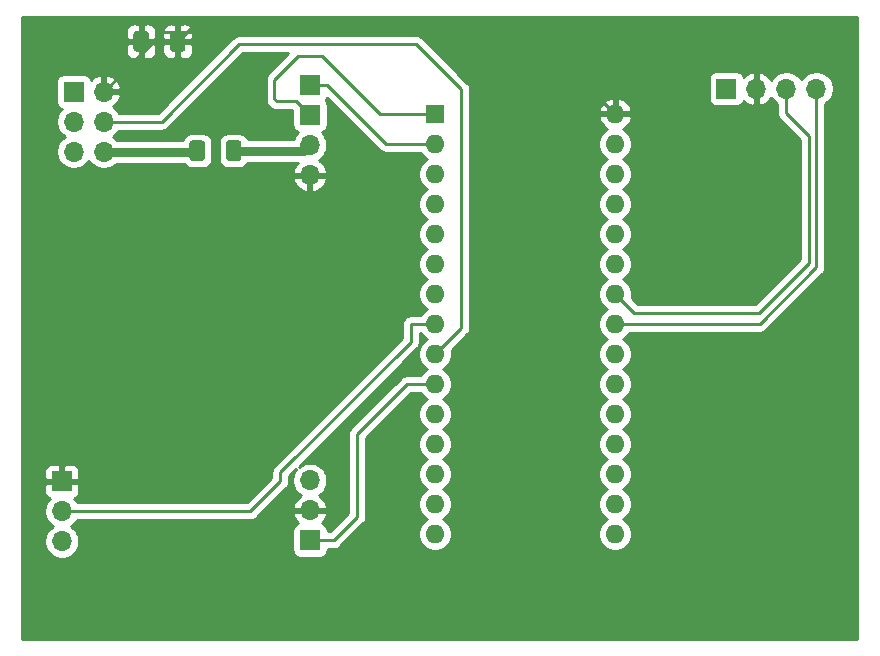
<source format=gtl>
%TF.GenerationSoftware,KiCad,Pcbnew,(5.1.9)-1*%
%TF.CreationDate,2021-01-22T19:23:28+08:00*%
%TF.ProjectId,SmartLight,536d6172-744c-4696-9768-742e6b696361,rev?*%
%TF.SameCoordinates,Original*%
%TF.FileFunction,Copper,L1,Top*%
%TF.FilePolarity,Positive*%
%FSLAX46Y46*%
G04 Gerber Fmt 4.6, Leading zero omitted, Abs format (unit mm)*
G04 Created by KiCad (PCBNEW (5.1.9)-1) date 2021-01-22 19:23:28*
%MOMM*%
%LPD*%
G01*
G04 APERTURE LIST*
%TA.AperFunction,ComponentPad*%
%ADD10O,1.700000X1.700000*%
%TD*%
%TA.AperFunction,ComponentPad*%
%ADD11R,1.700000X1.700000*%
%TD*%
%TA.AperFunction,ComponentPad*%
%ADD12O,1.600000X1.600000*%
%TD*%
%TA.AperFunction,ComponentPad*%
%ADD13R,1.600000X1.600000*%
%TD*%
%TA.AperFunction,Conductor*%
%ADD14C,0.250000*%
%TD*%
%TA.AperFunction,Conductor*%
%ADD15C,0.762000*%
%TD*%
%TA.AperFunction,Conductor*%
%ADD16C,0.254000*%
%TD*%
%TA.AperFunction,Conductor*%
%ADD17C,0.100000*%
%TD*%
G04 APERTURE END LIST*
%TO.P,R3,2*%
%TO.N,Net-(J3-Pad6)*%
%TA.AperFunction,SMDPad,CuDef*%
G36*
G01*
X108100000Y-69375000D02*
X108100000Y-70625000D01*
G75*
G02*
X107850000Y-70875000I-250000J0D01*
G01*
X107050000Y-70875000D01*
G75*
G02*
X106800000Y-70625000I0J250000D01*
G01*
X106800000Y-69375000D01*
G75*
G02*
X107050000Y-69125000I250000J0D01*
G01*
X107850000Y-69125000D01*
G75*
G02*
X108100000Y-69375000I0J-250000D01*
G01*
G37*
%TD.AperFunction*%
%TO.P,R3,1*%
%TO.N,/GND*%
%TA.AperFunction,SMDPad,CuDef*%
G36*
G01*
X111200000Y-69375000D02*
X111200000Y-70625000D01*
G75*
G02*
X110950000Y-70875000I-250000J0D01*
G01*
X110150000Y-70875000D01*
G75*
G02*
X109900000Y-70625000I0J250000D01*
G01*
X109900000Y-69375000D01*
G75*
G02*
X110150000Y-69125000I250000J0D01*
G01*
X110950000Y-69125000D01*
G75*
G02*
X111200000Y-69375000I0J-250000D01*
G01*
G37*
%TD.AperFunction*%
%TD*%
%TO.P,R2,2*%
%TO.N,/VCC*%
%TA.AperFunction,SMDPad,CuDef*%
G36*
G01*
X105150000Y-61375000D02*
X105150000Y-60125000D01*
G75*
G02*
X105400000Y-59875000I250000J0D01*
G01*
X106200000Y-59875000D01*
G75*
G02*
X106450000Y-60125000I0J-250000D01*
G01*
X106450000Y-61375000D01*
G75*
G02*
X106200000Y-61625000I-250000J0D01*
G01*
X105400000Y-61625000D01*
G75*
G02*
X105150000Y-61375000I0J250000D01*
G01*
G37*
%TD.AperFunction*%
%TO.P,R2,1*%
%TA.AperFunction,SMDPad,CuDef*%
G36*
G01*
X102050000Y-61375000D02*
X102050000Y-60125000D01*
G75*
G02*
X102300000Y-59875000I250000J0D01*
G01*
X103100000Y-59875000D01*
G75*
G02*
X103350000Y-60125000I0J-250000D01*
G01*
X103350000Y-61375000D01*
G75*
G02*
X103100000Y-61625000I-250000J0D01*
G01*
X102300000Y-61625000D01*
G75*
G02*
X102050000Y-61375000I0J250000D01*
G01*
G37*
%TD.AperFunction*%
%TD*%
D10*
%TO.P,J5,4*%
%TO.N,/SDA*%
X159870000Y-64750000D03*
%TO.P,J5,3*%
%TO.N,/SCL*%
X157330000Y-64750000D03*
%TO.P,J5,2*%
%TO.N,/VCC*%
X154790000Y-64750000D03*
D11*
%TO.P,J5,1*%
%TO.N,/GND*%
X152250000Y-64750000D03*
%TD*%
D10*
%TO.P,J4,3*%
%TO.N,/GND*%
X117000000Y-97920000D03*
%TO.P,J4,2*%
%TO.N,/VCC*%
X117000000Y-100460000D03*
D11*
%TO.P,J4,1*%
%TO.N,Net-(A1-Pad10)*%
X117000000Y-103000000D03*
%TD*%
D10*
%TO.P,J3,6*%
%TO.N,Net-(J3-Pad6)*%
X99540000Y-70080000D03*
%TO.P,J3,5*%
%TO.N,Net-(J3-Pad5)*%
X97000000Y-70080000D03*
%TO.P,J3,4*%
%TO.N,Net-(A1-Pad9)*%
X99540000Y-67540000D03*
%TO.P,J3,3*%
%TO.N,Net-(J3-Pad3)*%
X97000000Y-67540000D03*
%TO.P,J3,2*%
%TO.N,/VCC*%
X99540000Y-65000000D03*
D11*
%TO.P,J3,1*%
%TO.N,Net-(J3-Pad1)*%
X97000000Y-65000000D03*
%TD*%
D10*
%TO.P,J2,4*%
%TO.N,/VCC*%
X117000000Y-72080000D03*
%TO.P,J2,3*%
%TO.N,/GND*%
X117000000Y-69540000D03*
D11*
%TO.P,J2,2*%
%TO.N,/TX*%
X117000000Y-67000000D03*
%TO.P,J2,1*%
%TO.N,/RX*%
X117000000Y-64460000D03*
%TD*%
D10*
%TO.P,J1,3*%
%TO.N,/GND*%
X96000000Y-103080000D03*
%TO.P,J1,2*%
%TO.N,Net-(A1-Pad8)*%
X96000000Y-100540000D03*
D11*
%TO.P,J1,1*%
%TO.N,/VCC*%
X96000000Y-98000000D03*
%TD*%
D12*
%TO.P,A1,16*%
%TO.N,Net-(A1-Pad16)*%
X142840000Y-102460000D03*
%TO.P,A1,15*%
%TO.N,Net-(A1-Pad15)*%
X127600000Y-102460000D03*
%TO.P,A1,30*%
%TO.N,/VCC*%
X142840000Y-66900000D03*
%TO.P,A1,14*%
%TO.N,Net-(A1-Pad14)*%
X127600000Y-99920000D03*
%TO.P,A1,29*%
%TO.N,Net-(A1-Pad29)*%
X142840000Y-69440000D03*
%TO.P,A1,13*%
%TO.N,Net-(A1-Pad13)*%
X127600000Y-97380000D03*
%TO.P,A1,28*%
%TO.N,Net-(A1-Pad28)*%
X142840000Y-71980000D03*
%TO.P,A1,12*%
%TO.N,Net-(A1-Pad12)*%
X127600000Y-94840000D03*
%TO.P,A1,27*%
%TO.N,Net-(A1-Pad27)*%
X142840000Y-74520000D03*
%TO.P,A1,11*%
%TO.N,Net-(A1-Pad11)*%
X127600000Y-92300000D03*
%TO.P,A1,26*%
%TO.N,Net-(A1-Pad26)*%
X142840000Y-77060000D03*
%TO.P,A1,10*%
%TO.N,Net-(A1-Pad10)*%
X127600000Y-89760000D03*
%TO.P,A1,25*%
%TO.N,Net-(A1-Pad25)*%
X142840000Y-79600000D03*
%TO.P,A1,9*%
%TO.N,Net-(A1-Pad9)*%
X127600000Y-87220000D03*
%TO.P,A1,24*%
%TO.N,/SCL*%
X142840000Y-82140000D03*
%TO.P,A1,8*%
%TO.N,Net-(A1-Pad8)*%
X127600000Y-84680000D03*
%TO.P,A1,23*%
%TO.N,/SDA*%
X142840000Y-84680000D03*
%TO.P,A1,7*%
%TO.N,Net-(A1-Pad7)*%
X127600000Y-82140000D03*
%TO.P,A1,22*%
%TO.N,Net-(A1-Pad22)*%
X142840000Y-87220000D03*
%TO.P,A1,6*%
%TO.N,Net-(A1-Pad6)*%
X127600000Y-79600000D03*
%TO.P,A1,21*%
%TO.N,Net-(A1-Pad21)*%
X142840000Y-89760000D03*
%TO.P,A1,5*%
%TO.N,Net-(A1-Pad5)*%
X127600000Y-77060000D03*
%TO.P,A1,20*%
%TO.N,Net-(A1-Pad20)*%
X142840000Y-92300000D03*
%TO.P,A1,4*%
%TO.N,/GND*%
X127600000Y-74520000D03*
%TO.P,A1,19*%
%TO.N,Net-(A1-Pad19)*%
X142840000Y-94840000D03*
%TO.P,A1,3*%
%TO.N,Net-(A1-Pad3)*%
X127600000Y-71980000D03*
%TO.P,A1,18*%
%TO.N,Net-(A1-Pad18)*%
X142840000Y-97380000D03*
%TO.P,A1,2*%
%TO.N,/TX*%
X127600000Y-69440000D03*
%TO.P,A1,17*%
%TO.N,Net-(A1-Pad17)*%
X142840000Y-99920000D03*
D13*
%TO.P,A1,1*%
%TO.N,/RX*%
X127600000Y-66900000D03*
%TD*%
D14*
%TO.N,/VCC*%
X104540000Y-60000000D02*
X99540000Y-65000000D01*
X128000000Y-60000000D02*
X104540000Y-60000000D01*
X135940000Y-60000000D02*
X142840000Y-66900000D01*
X131100000Y-60000000D02*
X135940000Y-60000000D01*
X102700000Y-61840000D02*
X99540000Y-65000000D01*
X102700000Y-60750000D02*
X102700000Y-61840000D01*
X105800000Y-60750000D02*
X107050000Y-59500000D01*
X135440000Y-59500000D02*
X142840000Y-66900000D01*
X107050000Y-59500000D02*
X135440000Y-59500000D01*
X154790000Y-64750000D02*
X154790000Y-66460000D01*
X154350000Y-66900000D02*
X142840000Y-66900000D01*
X154790000Y-66460000D02*
X154350000Y-66900000D01*
%TO.N,Net-(A1-Pad10)*%
X117000000Y-103000000D02*
X119000000Y-103000000D01*
X119000000Y-103000000D02*
X121000000Y-101000000D01*
X121000000Y-101000000D02*
X121000000Y-94000000D01*
X125240000Y-89760000D02*
X127600000Y-89760000D01*
X121000000Y-94000000D02*
X125240000Y-89760000D01*
%TO.N,Net-(A1-Pad9)*%
X127600000Y-87220000D02*
X129820000Y-85000000D01*
X129820000Y-85000000D02*
X129820000Y-64820000D01*
X129820000Y-64820000D02*
X126000000Y-61000000D01*
X126000000Y-61000000D02*
X111000000Y-61000000D01*
X104460000Y-67540000D02*
X99540000Y-67540000D01*
X111000000Y-61000000D02*
X104460000Y-67540000D01*
%TO.N,/SCL*%
X157330000Y-66830000D02*
X157330000Y-64750000D01*
X159250000Y-68750000D02*
X157330000Y-66830000D01*
X159250000Y-79500000D02*
X159250000Y-68750000D01*
X155000000Y-83750000D02*
X159250000Y-79500000D01*
X144450000Y-83750000D02*
X155000000Y-83750000D01*
X142840000Y-82140000D02*
X144450000Y-83750000D01*
%TO.N,Net-(A1-Pad8)*%
X114500000Y-97250000D02*
X125570000Y-86180000D01*
X114500000Y-98000000D02*
X114500000Y-97250000D01*
X125570000Y-86180000D02*
X125570000Y-84680000D01*
X111960000Y-100540000D02*
X114500000Y-98000000D01*
X96000000Y-100540000D02*
X111960000Y-100540000D01*
X125570000Y-84680000D02*
X127600000Y-84680000D01*
%TO.N,/SDA*%
X159870000Y-64750000D02*
X159870000Y-79880000D01*
X155070000Y-84680000D02*
X142840000Y-84680000D01*
X159870000Y-79880000D02*
X155070000Y-84680000D01*
D15*
%TO.N,/GND*%
X116540000Y-70000000D02*
X117000000Y-69540000D01*
X110550000Y-70000000D02*
X116540000Y-70000000D01*
D14*
%TO.N,/RX*%
X115824999Y-65824999D02*
X114175001Y-65824999D01*
X117000000Y-67000000D02*
X115824999Y-65824999D01*
X114175001Y-65824999D02*
X114000000Y-65649998D01*
X114000000Y-65649998D02*
X114000000Y-64000000D01*
X114000000Y-64000000D02*
X116000000Y-62000000D01*
X116000000Y-62000000D02*
X118000000Y-62000000D01*
X122900000Y-66900000D02*
X127600000Y-66900000D01*
X118000000Y-62000000D02*
X122900000Y-66900000D01*
%TO.N,/TX*%
X117000000Y-64460000D02*
X118460000Y-64460000D01*
X123440000Y-69440000D02*
X127600000Y-69440000D01*
X118460000Y-64460000D02*
X123440000Y-69440000D01*
D15*
%TO.N,Net-(J3-Pad6)*%
X107370000Y-70080000D02*
X107450000Y-70000000D01*
X99540000Y-70080000D02*
X107370000Y-70080000D01*
%TD*%
D16*
%TO.N,/VCC*%
X163340001Y-111340000D02*
X92660000Y-111340000D01*
X92660000Y-98850000D01*
X94511928Y-98850000D01*
X94524188Y-98974482D01*
X94560498Y-99094180D01*
X94619463Y-99204494D01*
X94698815Y-99301185D01*
X94795506Y-99380537D01*
X94905820Y-99439502D01*
X94978380Y-99461513D01*
X94846525Y-99593368D01*
X94684010Y-99836589D01*
X94572068Y-100106842D01*
X94515000Y-100393740D01*
X94515000Y-100686260D01*
X94572068Y-100973158D01*
X94684010Y-101243411D01*
X94846525Y-101486632D01*
X95053368Y-101693475D01*
X95227760Y-101810000D01*
X95053368Y-101926525D01*
X94846525Y-102133368D01*
X94684010Y-102376589D01*
X94572068Y-102646842D01*
X94515000Y-102933740D01*
X94515000Y-103226260D01*
X94572068Y-103513158D01*
X94684010Y-103783411D01*
X94846525Y-104026632D01*
X95053368Y-104233475D01*
X95296589Y-104395990D01*
X95566842Y-104507932D01*
X95853740Y-104565000D01*
X96146260Y-104565000D01*
X96433158Y-104507932D01*
X96703411Y-104395990D01*
X96946632Y-104233475D01*
X97153475Y-104026632D01*
X97315990Y-103783411D01*
X97427932Y-103513158D01*
X97485000Y-103226260D01*
X97485000Y-102933740D01*
X97427932Y-102646842D01*
X97315990Y-102376589D01*
X97153475Y-102133368D01*
X96946632Y-101926525D01*
X96772240Y-101810000D01*
X96946632Y-101693475D01*
X97153475Y-101486632D01*
X97278178Y-101300000D01*
X111922678Y-101300000D01*
X111960000Y-101303676D01*
X111997322Y-101300000D01*
X111997333Y-101300000D01*
X112108986Y-101289003D01*
X112252247Y-101245546D01*
X112384276Y-101174974D01*
X112500001Y-101080001D01*
X112523804Y-101050997D01*
X115011009Y-98563794D01*
X115040001Y-98540001D01*
X115063795Y-98511008D01*
X115063799Y-98511004D01*
X115134973Y-98424277D01*
X115134974Y-98424276D01*
X115205546Y-98292247D01*
X115249003Y-98148986D01*
X115260000Y-98037333D01*
X115260000Y-98037324D01*
X115263676Y-98000001D01*
X115260000Y-97962678D01*
X115260000Y-97564801D01*
X115836642Y-96988159D01*
X115684010Y-97216589D01*
X115572068Y-97486842D01*
X115515000Y-97773740D01*
X115515000Y-98066260D01*
X115572068Y-98353158D01*
X115684010Y-98623411D01*
X115846525Y-98866632D01*
X116053368Y-99073475D01*
X116235534Y-99195195D01*
X116118645Y-99264822D01*
X115902412Y-99459731D01*
X115728359Y-99693080D01*
X115603175Y-99955901D01*
X115558524Y-100103110D01*
X115679845Y-100333000D01*
X116873000Y-100333000D01*
X116873000Y-100313000D01*
X117127000Y-100313000D01*
X117127000Y-100333000D01*
X118320155Y-100333000D01*
X118441476Y-100103110D01*
X118396825Y-99955901D01*
X118271641Y-99693080D01*
X118097588Y-99459731D01*
X117881355Y-99264822D01*
X117764466Y-99195195D01*
X117946632Y-99073475D01*
X118153475Y-98866632D01*
X118315990Y-98623411D01*
X118427932Y-98353158D01*
X118485000Y-98066260D01*
X118485000Y-97773740D01*
X118427932Y-97486842D01*
X118315990Y-97216589D01*
X118153475Y-96973368D01*
X117946632Y-96766525D01*
X117703411Y-96604010D01*
X117433158Y-96492068D01*
X117146260Y-96435000D01*
X116853740Y-96435000D01*
X116566842Y-96492068D01*
X116296589Y-96604010D01*
X116068159Y-96756642D01*
X126081004Y-86743798D01*
X126110001Y-86720001D01*
X126136332Y-86687917D01*
X126204974Y-86604277D01*
X126275546Y-86472247D01*
X126275546Y-86472246D01*
X126319003Y-86328986D01*
X126330000Y-86217333D01*
X126330000Y-86217324D01*
X126333676Y-86180001D01*
X126330000Y-86142678D01*
X126330000Y-85440000D01*
X126381957Y-85440000D01*
X126485363Y-85594759D01*
X126685241Y-85794637D01*
X126917759Y-85950000D01*
X126685241Y-86105363D01*
X126485363Y-86305241D01*
X126328320Y-86540273D01*
X126220147Y-86801426D01*
X126165000Y-87078665D01*
X126165000Y-87361335D01*
X126220147Y-87638574D01*
X126328320Y-87899727D01*
X126485363Y-88134759D01*
X126685241Y-88334637D01*
X126917759Y-88490000D01*
X126685241Y-88645363D01*
X126485363Y-88845241D01*
X126381957Y-89000000D01*
X125277333Y-89000000D01*
X125240000Y-88996323D01*
X125202667Y-89000000D01*
X125091014Y-89010997D01*
X124947753Y-89054454D01*
X124815724Y-89125026D01*
X124699999Y-89219999D01*
X124676201Y-89248997D01*
X120488998Y-93436201D01*
X120460000Y-93459999D01*
X120436202Y-93488997D01*
X120436201Y-93488998D01*
X120365026Y-93575724D01*
X120294454Y-93707754D01*
X120250998Y-93851015D01*
X120236324Y-94000000D01*
X120240001Y-94037332D01*
X120240000Y-100685198D01*
X118685199Y-102240000D01*
X118488072Y-102240000D01*
X118488072Y-102150000D01*
X118475812Y-102025518D01*
X118439502Y-101905820D01*
X118380537Y-101795506D01*
X118301185Y-101698815D01*
X118204494Y-101619463D01*
X118094180Y-101560498D01*
X118013534Y-101536034D01*
X118097588Y-101460269D01*
X118271641Y-101226920D01*
X118396825Y-100964099D01*
X118441476Y-100816890D01*
X118320155Y-100587000D01*
X117127000Y-100587000D01*
X117127000Y-100607000D01*
X116873000Y-100607000D01*
X116873000Y-100587000D01*
X115679845Y-100587000D01*
X115558524Y-100816890D01*
X115603175Y-100964099D01*
X115728359Y-101226920D01*
X115902412Y-101460269D01*
X115986466Y-101536034D01*
X115905820Y-101560498D01*
X115795506Y-101619463D01*
X115698815Y-101698815D01*
X115619463Y-101795506D01*
X115560498Y-101905820D01*
X115524188Y-102025518D01*
X115511928Y-102150000D01*
X115511928Y-103850000D01*
X115524188Y-103974482D01*
X115560498Y-104094180D01*
X115619463Y-104204494D01*
X115698815Y-104301185D01*
X115795506Y-104380537D01*
X115905820Y-104439502D01*
X116025518Y-104475812D01*
X116150000Y-104488072D01*
X117850000Y-104488072D01*
X117974482Y-104475812D01*
X118094180Y-104439502D01*
X118204494Y-104380537D01*
X118301185Y-104301185D01*
X118380537Y-104204494D01*
X118439502Y-104094180D01*
X118475812Y-103974482D01*
X118488072Y-103850000D01*
X118488072Y-103760000D01*
X118962678Y-103760000D01*
X119000000Y-103763676D01*
X119037322Y-103760000D01*
X119037333Y-103760000D01*
X119148986Y-103749003D01*
X119292247Y-103705546D01*
X119424276Y-103634974D01*
X119540001Y-103540001D01*
X119563804Y-103510997D01*
X121511004Y-101563798D01*
X121540001Y-101540001D01*
X121583800Y-101486632D01*
X121634974Y-101424277D01*
X121705546Y-101292247D01*
X121737071Y-101188320D01*
X121749003Y-101148986D01*
X121760000Y-101037333D01*
X121760000Y-101037324D01*
X121763676Y-101000001D01*
X121760000Y-100962678D01*
X121760000Y-94314801D01*
X125554802Y-90520000D01*
X126381957Y-90520000D01*
X126485363Y-90674759D01*
X126685241Y-90874637D01*
X126917759Y-91030000D01*
X126685241Y-91185363D01*
X126485363Y-91385241D01*
X126328320Y-91620273D01*
X126220147Y-91881426D01*
X126165000Y-92158665D01*
X126165000Y-92441335D01*
X126220147Y-92718574D01*
X126328320Y-92979727D01*
X126485363Y-93214759D01*
X126685241Y-93414637D01*
X126917759Y-93570000D01*
X126685241Y-93725363D01*
X126485363Y-93925241D01*
X126328320Y-94160273D01*
X126220147Y-94421426D01*
X126165000Y-94698665D01*
X126165000Y-94981335D01*
X126220147Y-95258574D01*
X126328320Y-95519727D01*
X126485363Y-95754759D01*
X126685241Y-95954637D01*
X126917759Y-96110000D01*
X126685241Y-96265363D01*
X126485363Y-96465241D01*
X126328320Y-96700273D01*
X126220147Y-96961426D01*
X126165000Y-97238665D01*
X126165000Y-97521335D01*
X126220147Y-97798574D01*
X126328320Y-98059727D01*
X126485363Y-98294759D01*
X126685241Y-98494637D01*
X126917759Y-98650000D01*
X126685241Y-98805363D01*
X126485363Y-99005241D01*
X126328320Y-99240273D01*
X126220147Y-99501426D01*
X126165000Y-99778665D01*
X126165000Y-100061335D01*
X126220147Y-100338574D01*
X126328320Y-100599727D01*
X126485363Y-100834759D01*
X126685241Y-101034637D01*
X126917759Y-101190000D01*
X126685241Y-101345363D01*
X126485363Y-101545241D01*
X126328320Y-101780273D01*
X126220147Y-102041426D01*
X126165000Y-102318665D01*
X126165000Y-102601335D01*
X126220147Y-102878574D01*
X126328320Y-103139727D01*
X126485363Y-103374759D01*
X126685241Y-103574637D01*
X126920273Y-103731680D01*
X127181426Y-103839853D01*
X127458665Y-103895000D01*
X127741335Y-103895000D01*
X128018574Y-103839853D01*
X128279727Y-103731680D01*
X128514759Y-103574637D01*
X128714637Y-103374759D01*
X128871680Y-103139727D01*
X128979853Y-102878574D01*
X129035000Y-102601335D01*
X129035000Y-102318665D01*
X128979853Y-102041426D01*
X128871680Y-101780273D01*
X128714637Y-101545241D01*
X128514759Y-101345363D01*
X128282241Y-101190000D01*
X128514759Y-101034637D01*
X128714637Y-100834759D01*
X128871680Y-100599727D01*
X128979853Y-100338574D01*
X129035000Y-100061335D01*
X129035000Y-99778665D01*
X128979853Y-99501426D01*
X128871680Y-99240273D01*
X128714637Y-99005241D01*
X128514759Y-98805363D01*
X128282241Y-98650000D01*
X128514759Y-98494637D01*
X128714637Y-98294759D01*
X128871680Y-98059727D01*
X128979853Y-97798574D01*
X129035000Y-97521335D01*
X129035000Y-97238665D01*
X128979853Y-96961426D01*
X128871680Y-96700273D01*
X128714637Y-96465241D01*
X128514759Y-96265363D01*
X128282241Y-96110000D01*
X128514759Y-95954637D01*
X128714637Y-95754759D01*
X128871680Y-95519727D01*
X128979853Y-95258574D01*
X129035000Y-94981335D01*
X129035000Y-94698665D01*
X128979853Y-94421426D01*
X128871680Y-94160273D01*
X128714637Y-93925241D01*
X128514759Y-93725363D01*
X128282241Y-93570000D01*
X128514759Y-93414637D01*
X128714637Y-93214759D01*
X128871680Y-92979727D01*
X128979853Y-92718574D01*
X129035000Y-92441335D01*
X129035000Y-92158665D01*
X128979853Y-91881426D01*
X128871680Y-91620273D01*
X128714637Y-91385241D01*
X128514759Y-91185363D01*
X128282241Y-91030000D01*
X128514759Y-90874637D01*
X128714637Y-90674759D01*
X128871680Y-90439727D01*
X128979853Y-90178574D01*
X129035000Y-89901335D01*
X129035000Y-89618665D01*
X128979853Y-89341426D01*
X128871680Y-89080273D01*
X128714637Y-88845241D01*
X128514759Y-88645363D01*
X128282241Y-88490000D01*
X128514759Y-88334637D01*
X128714637Y-88134759D01*
X128871680Y-87899727D01*
X128979853Y-87638574D01*
X129035000Y-87361335D01*
X129035000Y-87078665D01*
X128998688Y-86896114D01*
X130331004Y-85563798D01*
X130360001Y-85540001D01*
X130442070Y-85440000D01*
X130454974Y-85424277D01*
X130525546Y-85292247D01*
X130547461Y-85220001D01*
X130569003Y-85148986D01*
X130580000Y-85037333D01*
X130580000Y-85037324D01*
X130583676Y-85000001D01*
X130580000Y-84962678D01*
X130580000Y-69298665D01*
X141405000Y-69298665D01*
X141405000Y-69581335D01*
X141460147Y-69858574D01*
X141568320Y-70119727D01*
X141725363Y-70354759D01*
X141925241Y-70554637D01*
X142157759Y-70710000D01*
X141925241Y-70865363D01*
X141725363Y-71065241D01*
X141568320Y-71300273D01*
X141460147Y-71561426D01*
X141405000Y-71838665D01*
X141405000Y-72121335D01*
X141460147Y-72398574D01*
X141568320Y-72659727D01*
X141725363Y-72894759D01*
X141925241Y-73094637D01*
X142157759Y-73250000D01*
X141925241Y-73405363D01*
X141725363Y-73605241D01*
X141568320Y-73840273D01*
X141460147Y-74101426D01*
X141405000Y-74378665D01*
X141405000Y-74661335D01*
X141460147Y-74938574D01*
X141568320Y-75199727D01*
X141725363Y-75434759D01*
X141925241Y-75634637D01*
X142157759Y-75790000D01*
X141925241Y-75945363D01*
X141725363Y-76145241D01*
X141568320Y-76380273D01*
X141460147Y-76641426D01*
X141405000Y-76918665D01*
X141405000Y-77201335D01*
X141460147Y-77478574D01*
X141568320Y-77739727D01*
X141725363Y-77974759D01*
X141925241Y-78174637D01*
X142157759Y-78330000D01*
X141925241Y-78485363D01*
X141725363Y-78685241D01*
X141568320Y-78920273D01*
X141460147Y-79181426D01*
X141405000Y-79458665D01*
X141405000Y-79741335D01*
X141460147Y-80018574D01*
X141568320Y-80279727D01*
X141725363Y-80514759D01*
X141925241Y-80714637D01*
X142157759Y-80870000D01*
X141925241Y-81025363D01*
X141725363Y-81225241D01*
X141568320Y-81460273D01*
X141460147Y-81721426D01*
X141405000Y-81998665D01*
X141405000Y-82281335D01*
X141460147Y-82558574D01*
X141568320Y-82819727D01*
X141725363Y-83054759D01*
X141925241Y-83254637D01*
X142157759Y-83410000D01*
X141925241Y-83565363D01*
X141725363Y-83765241D01*
X141568320Y-84000273D01*
X141460147Y-84261426D01*
X141405000Y-84538665D01*
X141405000Y-84821335D01*
X141460147Y-85098574D01*
X141568320Y-85359727D01*
X141725363Y-85594759D01*
X141925241Y-85794637D01*
X142157759Y-85950000D01*
X141925241Y-86105363D01*
X141725363Y-86305241D01*
X141568320Y-86540273D01*
X141460147Y-86801426D01*
X141405000Y-87078665D01*
X141405000Y-87361335D01*
X141460147Y-87638574D01*
X141568320Y-87899727D01*
X141725363Y-88134759D01*
X141925241Y-88334637D01*
X142157759Y-88490000D01*
X141925241Y-88645363D01*
X141725363Y-88845241D01*
X141568320Y-89080273D01*
X141460147Y-89341426D01*
X141405000Y-89618665D01*
X141405000Y-89901335D01*
X141460147Y-90178574D01*
X141568320Y-90439727D01*
X141725363Y-90674759D01*
X141925241Y-90874637D01*
X142157759Y-91030000D01*
X141925241Y-91185363D01*
X141725363Y-91385241D01*
X141568320Y-91620273D01*
X141460147Y-91881426D01*
X141405000Y-92158665D01*
X141405000Y-92441335D01*
X141460147Y-92718574D01*
X141568320Y-92979727D01*
X141725363Y-93214759D01*
X141925241Y-93414637D01*
X142157759Y-93570000D01*
X141925241Y-93725363D01*
X141725363Y-93925241D01*
X141568320Y-94160273D01*
X141460147Y-94421426D01*
X141405000Y-94698665D01*
X141405000Y-94981335D01*
X141460147Y-95258574D01*
X141568320Y-95519727D01*
X141725363Y-95754759D01*
X141925241Y-95954637D01*
X142157759Y-96110000D01*
X141925241Y-96265363D01*
X141725363Y-96465241D01*
X141568320Y-96700273D01*
X141460147Y-96961426D01*
X141405000Y-97238665D01*
X141405000Y-97521335D01*
X141460147Y-97798574D01*
X141568320Y-98059727D01*
X141725363Y-98294759D01*
X141925241Y-98494637D01*
X142157759Y-98650000D01*
X141925241Y-98805363D01*
X141725363Y-99005241D01*
X141568320Y-99240273D01*
X141460147Y-99501426D01*
X141405000Y-99778665D01*
X141405000Y-100061335D01*
X141460147Y-100338574D01*
X141568320Y-100599727D01*
X141725363Y-100834759D01*
X141925241Y-101034637D01*
X142157759Y-101190000D01*
X141925241Y-101345363D01*
X141725363Y-101545241D01*
X141568320Y-101780273D01*
X141460147Y-102041426D01*
X141405000Y-102318665D01*
X141405000Y-102601335D01*
X141460147Y-102878574D01*
X141568320Y-103139727D01*
X141725363Y-103374759D01*
X141925241Y-103574637D01*
X142160273Y-103731680D01*
X142421426Y-103839853D01*
X142698665Y-103895000D01*
X142981335Y-103895000D01*
X143258574Y-103839853D01*
X143519727Y-103731680D01*
X143754759Y-103574637D01*
X143954637Y-103374759D01*
X144111680Y-103139727D01*
X144219853Y-102878574D01*
X144275000Y-102601335D01*
X144275000Y-102318665D01*
X144219853Y-102041426D01*
X144111680Y-101780273D01*
X143954637Y-101545241D01*
X143754759Y-101345363D01*
X143522241Y-101190000D01*
X143754759Y-101034637D01*
X143954637Y-100834759D01*
X144111680Y-100599727D01*
X144219853Y-100338574D01*
X144275000Y-100061335D01*
X144275000Y-99778665D01*
X144219853Y-99501426D01*
X144111680Y-99240273D01*
X143954637Y-99005241D01*
X143754759Y-98805363D01*
X143522241Y-98650000D01*
X143754759Y-98494637D01*
X143954637Y-98294759D01*
X144111680Y-98059727D01*
X144219853Y-97798574D01*
X144275000Y-97521335D01*
X144275000Y-97238665D01*
X144219853Y-96961426D01*
X144111680Y-96700273D01*
X143954637Y-96465241D01*
X143754759Y-96265363D01*
X143522241Y-96110000D01*
X143754759Y-95954637D01*
X143954637Y-95754759D01*
X144111680Y-95519727D01*
X144219853Y-95258574D01*
X144275000Y-94981335D01*
X144275000Y-94698665D01*
X144219853Y-94421426D01*
X144111680Y-94160273D01*
X143954637Y-93925241D01*
X143754759Y-93725363D01*
X143522241Y-93570000D01*
X143754759Y-93414637D01*
X143954637Y-93214759D01*
X144111680Y-92979727D01*
X144219853Y-92718574D01*
X144275000Y-92441335D01*
X144275000Y-92158665D01*
X144219853Y-91881426D01*
X144111680Y-91620273D01*
X143954637Y-91385241D01*
X143754759Y-91185363D01*
X143522241Y-91030000D01*
X143754759Y-90874637D01*
X143954637Y-90674759D01*
X144111680Y-90439727D01*
X144219853Y-90178574D01*
X144275000Y-89901335D01*
X144275000Y-89618665D01*
X144219853Y-89341426D01*
X144111680Y-89080273D01*
X143954637Y-88845241D01*
X143754759Y-88645363D01*
X143522241Y-88490000D01*
X143754759Y-88334637D01*
X143954637Y-88134759D01*
X144111680Y-87899727D01*
X144219853Y-87638574D01*
X144275000Y-87361335D01*
X144275000Y-87078665D01*
X144219853Y-86801426D01*
X144111680Y-86540273D01*
X143954637Y-86305241D01*
X143754759Y-86105363D01*
X143522241Y-85950000D01*
X143754759Y-85794637D01*
X143954637Y-85594759D01*
X144058043Y-85440000D01*
X155032678Y-85440000D01*
X155070000Y-85443676D01*
X155107322Y-85440000D01*
X155107333Y-85440000D01*
X155218986Y-85429003D01*
X155362247Y-85385546D01*
X155494276Y-85314974D01*
X155610001Y-85220001D01*
X155633804Y-85190997D01*
X160381003Y-80443799D01*
X160410001Y-80420001D01*
X160436332Y-80387917D01*
X160504974Y-80304277D01*
X160575546Y-80172247D01*
X160586852Y-80134974D01*
X160619003Y-80028986D01*
X160630000Y-79917333D01*
X160630000Y-79917324D01*
X160633676Y-79880001D01*
X160630000Y-79842678D01*
X160630000Y-66028178D01*
X160816632Y-65903475D01*
X161023475Y-65696632D01*
X161185990Y-65453411D01*
X161297932Y-65183158D01*
X161355000Y-64896260D01*
X161355000Y-64603740D01*
X161297932Y-64316842D01*
X161185990Y-64046589D01*
X161023475Y-63803368D01*
X160816632Y-63596525D01*
X160573411Y-63434010D01*
X160303158Y-63322068D01*
X160016260Y-63265000D01*
X159723740Y-63265000D01*
X159436842Y-63322068D01*
X159166589Y-63434010D01*
X158923368Y-63596525D01*
X158716525Y-63803368D01*
X158600000Y-63977760D01*
X158483475Y-63803368D01*
X158276632Y-63596525D01*
X158033411Y-63434010D01*
X157763158Y-63322068D01*
X157476260Y-63265000D01*
X157183740Y-63265000D01*
X156896842Y-63322068D01*
X156626589Y-63434010D01*
X156383368Y-63596525D01*
X156176525Y-63803368D01*
X156054805Y-63985534D01*
X155985178Y-63868645D01*
X155790269Y-63652412D01*
X155556920Y-63478359D01*
X155294099Y-63353175D01*
X155146890Y-63308524D01*
X154917000Y-63429845D01*
X154917000Y-64623000D01*
X154937000Y-64623000D01*
X154937000Y-64877000D01*
X154917000Y-64877000D01*
X154917000Y-66070155D01*
X155146890Y-66191476D01*
X155294099Y-66146825D01*
X155556920Y-66021641D01*
X155790269Y-65847588D01*
X155985178Y-65631355D01*
X156054805Y-65514466D01*
X156176525Y-65696632D01*
X156383368Y-65903475D01*
X156570000Y-66028179D01*
X156570000Y-66792677D01*
X156566324Y-66830000D01*
X156570000Y-66867322D01*
X156570000Y-66867332D01*
X156580997Y-66978985D01*
X156619781Y-67106842D01*
X156624454Y-67122246D01*
X156695026Y-67254276D01*
X156726188Y-67292246D01*
X156789999Y-67370001D01*
X156819003Y-67393804D01*
X158490001Y-69064803D01*
X158490000Y-79185198D01*
X154685199Y-82990000D01*
X144764802Y-82990000D01*
X144238688Y-82463886D01*
X144275000Y-82281335D01*
X144275000Y-81998665D01*
X144219853Y-81721426D01*
X144111680Y-81460273D01*
X143954637Y-81225241D01*
X143754759Y-81025363D01*
X143522241Y-80870000D01*
X143754759Y-80714637D01*
X143954637Y-80514759D01*
X144111680Y-80279727D01*
X144219853Y-80018574D01*
X144275000Y-79741335D01*
X144275000Y-79458665D01*
X144219853Y-79181426D01*
X144111680Y-78920273D01*
X143954637Y-78685241D01*
X143754759Y-78485363D01*
X143522241Y-78330000D01*
X143754759Y-78174637D01*
X143954637Y-77974759D01*
X144111680Y-77739727D01*
X144219853Y-77478574D01*
X144275000Y-77201335D01*
X144275000Y-76918665D01*
X144219853Y-76641426D01*
X144111680Y-76380273D01*
X143954637Y-76145241D01*
X143754759Y-75945363D01*
X143522241Y-75790000D01*
X143754759Y-75634637D01*
X143954637Y-75434759D01*
X144111680Y-75199727D01*
X144219853Y-74938574D01*
X144275000Y-74661335D01*
X144275000Y-74378665D01*
X144219853Y-74101426D01*
X144111680Y-73840273D01*
X143954637Y-73605241D01*
X143754759Y-73405363D01*
X143522241Y-73250000D01*
X143754759Y-73094637D01*
X143954637Y-72894759D01*
X144111680Y-72659727D01*
X144219853Y-72398574D01*
X144275000Y-72121335D01*
X144275000Y-71838665D01*
X144219853Y-71561426D01*
X144111680Y-71300273D01*
X143954637Y-71065241D01*
X143754759Y-70865363D01*
X143522241Y-70710000D01*
X143754759Y-70554637D01*
X143954637Y-70354759D01*
X144111680Y-70119727D01*
X144219853Y-69858574D01*
X144275000Y-69581335D01*
X144275000Y-69298665D01*
X144219853Y-69021426D01*
X144111680Y-68760273D01*
X143954637Y-68525241D01*
X143754759Y-68325363D01*
X143519727Y-68168320D01*
X143509135Y-68163933D01*
X143695131Y-68052385D01*
X143903519Y-67863414D01*
X144071037Y-67637420D01*
X144191246Y-67383087D01*
X144231904Y-67249039D01*
X144109915Y-67027000D01*
X142967000Y-67027000D01*
X142967000Y-67047000D01*
X142713000Y-67047000D01*
X142713000Y-67027000D01*
X141570085Y-67027000D01*
X141448096Y-67249039D01*
X141488754Y-67383087D01*
X141608963Y-67637420D01*
X141776481Y-67863414D01*
X141984869Y-68052385D01*
X142170865Y-68163933D01*
X142160273Y-68168320D01*
X141925241Y-68325363D01*
X141725363Y-68525241D01*
X141568320Y-68760273D01*
X141460147Y-69021426D01*
X141405000Y-69298665D01*
X130580000Y-69298665D01*
X130580000Y-66550961D01*
X141448096Y-66550961D01*
X141570085Y-66773000D01*
X142713000Y-66773000D01*
X142713000Y-65629376D01*
X142967000Y-65629376D01*
X142967000Y-66773000D01*
X144109915Y-66773000D01*
X144231904Y-66550961D01*
X144191246Y-66416913D01*
X144071037Y-66162580D01*
X143903519Y-65936586D01*
X143695131Y-65747615D01*
X143453881Y-65602930D01*
X143189040Y-65508091D01*
X142967000Y-65629376D01*
X142713000Y-65629376D01*
X142490960Y-65508091D01*
X142226119Y-65602930D01*
X141984869Y-65747615D01*
X141776481Y-65936586D01*
X141608963Y-66162580D01*
X141488754Y-66416913D01*
X141448096Y-66550961D01*
X130580000Y-66550961D01*
X130580000Y-64857323D01*
X130583676Y-64820000D01*
X130580000Y-64782677D01*
X130580000Y-64782667D01*
X130569003Y-64671014D01*
X130525546Y-64527753D01*
X130454974Y-64395724D01*
X130360001Y-64279999D01*
X130331003Y-64256201D01*
X129974802Y-63900000D01*
X150761928Y-63900000D01*
X150761928Y-65600000D01*
X150774188Y-65724482D01*
X150810498Y-65844180D01*
X150869463Y-65954494D01*
X150948815Y-66051185D01*
X151045506Y-66130537D01*
X151155820Y-66189502D01*
X151275518Y-66225812D01*
X151400000Y-66238072D01*
X153100000Y-66238072D01*
X153224482Y-66225812D01*
X153344180Y-66189502D01*
X153454494Y-66130537D01*
X153551185Y-66051185D01*
X153630537Y-65954494D01*
X153689502Y-65844180D01*
X153713966Y-65763534D01*
X153789731Y-65847588D01*
X154023080Y-66021641D01*
X154285901Y-66146825D01*
X154433110Y-66191476D01*
X154663000Y-66070155D01*
X154663000Y-64877000D01*
X154643000Y-64877000D01*
X154643000Y-64623000D01*
X154663000Y-64623000D01*
X154663000Y-63429845D01*
X154433110Y-63308524D01*
X154285901Y-63353175D01*
X154023080Y-63478359D01*
X153789731Y-63652412D01*
X153713966Y-63736466D01*
X153689502Y-63655820D01*
X153630537Y-63545506D01*
X153551185Y-63448815D01*
X153454494Y-63369463D01*
X153344180Y-63310498D01*
X153224482Y-63274188D01*
X153100000Y-63261928D01*
X151400000Y-63261928D01*
X151275518Y-63274188D01*
X151155820Y-63310498D01*
X151045506Y-63369463D01*
X150948815Y-63448815D01*
X150869463Y-63545506D01*
X150810498Y-63655820D01*
X150774188Y-63775518D01*
X150761928Y-63900000D01*
X129974802Y-63900000D01*
X126563804Y-60489003D01*
X126540001Y-60459999D01*
X126424276Y-60365026D01*
X126292247Y-60294454D01*
X126148986Y-60250997D01*
X126037333Y-60240000D01*
X126037322Y-60240000D01*
X126000000Y-60236324D01*
X125962678Y-60240000D01*
X111037325Y-60240000D01*
X111000000Y-60236324D01*
X110962675Y-60240000D01*
X110962667Y-60240000D01*
X110851014Y-60250997D01*
X110707753Y-60294454D01*
X110575724Y-60365026D01*
X110459999Y-60459999D01*
X110436201Y-60488997D01*
X104145199Y-66780000D01*
X100818178Y-66780000D01*
X100693475Y-66593368D01*
X100486632Y-66386525D01*
X100304466Y-66264805D01*
X100421355Y-66195178D01*
X100637588Y-66000269D01*
X100811641Y-65766920D01*
X100936825Y-65504099D01*
X100981476Y-65356890D01*
X100860155Y-65127000D01*
X99667000Y-65127000D01*
X99667000Y-65147000D01*
X99413000Y-65147000D01*
X99413000Y-65127000D01*
X99393000Y-65127000D01*
X99393000Y-64873000D01*
X99413000Y-64873000D01*
X99413000Y-63679186D01*
X99667000Y-63679186D01*
X99667000Y-64873000D01*
X100860155Y-64873000D01*
X100981476Y-64643110D01*
X100936825Y-64495901D01*
X100811641Y-64233080D01*
X100637588Y-63999731D01*
X100421355Y-63804822D01*
X100171252Y-63655843D01*
X99896891Y-63558519D01*
X99667000Y-63679186D01*
X99413000Y-63679186D01*
X99183109Y-63558519D01*
X98908748Y-63655843D01*
X98658645Y-63804822D01*
X98462498Y-63981626D01*
X98439502Y-63905820D01*
X98380537Y-63795506D01*
X98301185Y-63698815D01*
X98204494Y-63619463D01*
X98094180Y-63560498D01*
X97974482Y-63524188D01*
X97850000Y-63511928D01*
X96150000Y-63511928D01*
X96025518Y-63524188D01*
X95905820Y-63560498D01*
X95795506Y-63619463D01*
X95698815Y-63698815D01*
X95619463Y-63795506D01*
X95560498Y-63905820D01*
X95524188Y-64025518D01*
X95511928Y-64150000D01*
X95511928Y-65850000D01*
X95524188Y-65974482D01*
X95560498Y-66094180D01*
X95619463Y-66204494D01*
X95698815Y-66301185D01*
X95795506Y-66380537D01*
X95905820Y-66439502D01*
X95978380Y-66461513D01*
X95846525Y-66593368D01*
X95684010Y-66836589D01*
X95572068Y-67106842D01*
X95515000Y-67393740D01*
X95515000Y-67686260D01*
X95572068Y-67973158D01*
X95684010Y-68243411D01*
X95846525Y-68486632D01*
X96053368Y-68693475D01*
X96227760Y-68810000D01*
X96053368Y-68926525D01*
X95846525Y-69133368D01*
X95684010Y-69376589D01*
X95572068Y-69646842D01*
X95515000Y-69933740D01*
X95515000Y-70226260D01*
X95572068Y-70513158D01*
X95684010Y-70783411D01*
X95846525Y-71026632D01*
X96053368Y-71233475D01*
X96296589Y-71395990D01*
X96566842Y-71507932D01*
X96853740Y-71565000D01*
X97146260Y-71565000D01*
X97433158Y-71507932D01*
X97703411Y-71395990D01*
X97946632Y-71233475D01*
X98153475Y-71026632D01*
X98270000Y-70852240D01*
X98386525Y-71026632D01*
X98593368Y-71233475D01*
X98836589Y-71395990D01*
X99106842Y-71507932D01*
X99393740Y-71565000D01*
X99686260Y-71565000D01*
X99973158Y-71507932D01*
X100243411Y-71395990D01*
X100486632Y-71233475D01*
X100624107Y-71096000D01*
X106299629Y-71096000D01*
X106311595Y-71118386D01*
X106422038Y-71252962D01*
X106556614Y-71363405D01*
X106710150Y-71445472D01*
X106876746Y-71496008D01*
X107050000Y-71513072D01*
X107850000Y-71513072D01*
X108023254Y-71496008D01*
X108189850Y-71445472D01*
X108343386Y-71363405D01*
X108477962Y-71252962D01*
X108588405Y-71118386D01*
X108670472Y-70964850D01*
X108721008Y-70798254D01*
X108738072Y-70625000D01*
X108738072Y-69375000D01*
X108721008Y-69201746D01*
X108670472Y-69035150D01*
X108588405Y-68881614D01*
X108477962Y-68747038D01*
X108343386Y-68636595D01*
X108189850Y-68554528D01*
X108023254Y-68503992D01*
X107850000Y-68486928D01*
X107050000Y-68486928D01*
X106876746Y-68503992D01*
X106710150Y-68554528D01*
X106556614Y-68636595D01*
X106422038Y-68747038D01*
X106311595Y-68881614D01*
X106229528Y-69035150D01*
X106220777Y-69064000D01*
X100624107Y-69064000D01*
X100486632Y-68926525D01*
X100312240Y-68810000D01*
X100486632Y-68693475D01*
X100693475Y-68486632D01*
X100818178Y-68300000D01*
X104422678Y-68300000D01*
X104460000Y-68303676D01*
X104497322Y-68300000D01*
X104497333Y-68300000D01*
X104608986Y-68289003D01*
X104752247Y-68245546D01*
X104884276Y-68174974D01*
X105000001Y-68080001D01*
X105023804Y-68050997D01*
X111314802Y-61760000D01*
X115165198Y-61760000D01*
X113488998Y-63436201D01*
X113460000Y-63459999D01*
X113436202Y-63488997D01*
X113436201Y-63488998D01*
X113365026Y-63575724D01*
X113294454Y-63707754D01*
X113273899Y-63775518D01*
X113250998Y-63851014D01*
X113240001Y-63962667D01*
X113236324Y-64000000D01*
X113240001Y-64037332D01*
X113240000Y-65612675D01*
X113236324Y-65649998D01*
X113240000Y-65687320D01*
X113240000Y-65687330D01*
X113250997Y-65798983D01*
X113281489Y-65899502D01*
X113294454Y-65942244D01*
X113365026Y-66074274D01*
X113381363Y-66094180D01*
X113459999Y-66189999D01*
X113489003Y-66213802D01*
X113611197Y-66335996D01*
X113635000Y-66365000D01*
X113750725Y-66459973D01*
X113882754Y-66530545D01*
X114026015Y-66574002D01*
X114137668Y-66584999D01*
X114137676Y-66584999D01*
X114175001Y-66588675D01*
X114212326Y-66584999D01*
X115510198Y-66584999D01*
X115511928Y-66586729D01*
X115511928Y-67850000D01*
X115524188Y-67974482D01*
X115560498Y-68094180D01*
X115619463Y-68204494D01*
X115698815Y-68301185D01*
X115795506Y-68380537D01*
X115905820Y-68439502D01*
X115978380Y-68461513D01*
X115846525Y-68593368D01*
X115684010Y-68836589D01*
X115622951Y-68984000D01*
X111743132Y-68984000D01*
X111688405Y-68881614D01*
X111577962Y-68747038D01*
X111443386Y-68636595D01*
X111289850Y-68554528D01*
X111123254Y-68503992D01*
X110950000Y-68486928D01*
X110150000Y-68486928D01*
X109976746Y-68503992D01*
X109810150Y-68554528D01*
X109656614Y-68636595D01*
X109522038Y-68747038D01*
X109411595Y-68881614D01*
X109329528Y-69035150D01*
X109278992Y-69201746D01*
X109261928Y-69375000D01*
X109261928Y-70625000D01*
X109278992Y-70798254D01*
X109329528Y-70964850D01*
X109411595Y-71118386D01*
X109522038Y-71252962D01*
X109656614Y-71363405D01*
X109810150Y-71445472D01*
X109976746Y-71496008D01*
X110150000Y-71513072D01*
X110950000Y-71513072D01*
X111123254Y-71496008D01*
X111289850Y-71445472D01*
X111443386Y-71363405D01*
X111577962Y-71252962D01*
X111688405Y-71118386D01*
X111743132Y-71016000D01*
X115973115Y-71016000D01*
X115902412Y-71079731D01*
X115728359Y-71313080D01*
X115603175Y-71575901D01*
X115558524Y-71723110D01*
X115679845Y-71953000D01*
X116873000Y-71953000D01*
X116873000Y-71933000D01*
X117127000Y-71933000D01*
X117127000Y-71953000D01*
X118320155Y-71953000D01*
X118441476Y-71723110D01*
X118396825Y-71575901D01*
X118271641Y-71313080D01*
X118097588Y-71079731D01*
X117881355Y-70884822D01*
X117764466Y-70815195D01*
X117946632Y-70693475D01*
X118153475Y-70486632D01*
X118315990Y-70243411D01*
X118427932Y-69973158D01*
X118485000Y-69686260D01*
X118485000Y-69393740D01*
X118427932Y-69106842D01*
X118315990Y-68836589D01*
X118153475Y-68593368D01*
X118021620Y-68461513D01*
X118094180Y-68439502D01*
X118204494Y-68380537D01*
X118301185Y-68301185D01*
X118380537Y-68204494D01*
X118439502Y-68094180D01*
X118475812Y-67974482D01*
X118488072Y-67850000D01*
X118488072Y-66150000D01*
X118475812Y-66025518D01*
X118439502Y-65905820D01*
X118380537Y-65795506D01*
X118326778Y-65730000D01*
X118380537Y-65664494D01*
X118439502Y-65554180D01*
X118448783Y-65523584D01*
X122876201Y-69951003D01*
X122899999Y-69980001D01*
X122928997Y-70003799D01*
X123015724Y-70074974D01*
X123147753Y-70145546D01*
X123291014Y-70189003D01*
X123440000Y-70203677D01*
X123477333Y-70200000D01*
X126381957Y-70200000D01*
X126485363Y-70354759D01*
X126685241Y-70554637D01*
X126917759Y-70710000D01*
X126685241Y-70865363D01*
X126485363Y-71065241D01*
X126328320Y-71300273D01*
X126220147Y-71561426D01*
X126165000Y-71838665D01*
X126165000Y-72121335D01*
X126220147Y-72398574D01*
X126328320Y-72659727D01*
X126485363Y-72894759D01*
X126685241Y-73094637D01*
X126917759Y-73250000D01*
X126685241Y-73405363D01*
X126485363Y-73605241D01*
X126328320Y-73840273D01*
X126220147Y-74101426D01*
X126165000Y-74378665D01*
X126165000Y-74661335D01*
X126220147Y-74938574D01*
X126328320Y-75199727D01*
X126485363Y-75434759D01*
X126685241Y-75634637D01*
X126917759Y-75790000D01*
X126685241Y-75945363D01*
X126485363Y-76145241D01*
X126328320Y-76380273D01*
X126220147Y-76641426D01*
X126165000Y-76918665D01*
X126165000Y-77201335D01*
X126220147Y-77478574D01*
X126328320Y-77739727D01*
X126485363Y-77974759D01*
X126685241Y-78174637D01*
X126917759Y-78330000D01*
X126685241Y-78485363D01*
X126485363Y-78685241D01*
X126328320Y-78920273D01*
X126220147Y-79181426D01*
X126165000Y-79458665D01*
X126165000Y-79741335D01*
X126220147Y-80018574D01*
X126328320Y-80279727D01*
X126485363Y-80514759D01*
X126685241Y-80714637D01*
X126917759Y-80870000D01*
X126685241Y-81025363D01*
X126485363Y-81225241D01*
X126328320Y-81460273D01*
X126220147Y-81721426D01*
X126165000Y-81998665D01*
X126165000Y-82281335D01*
X126220147Y-82558574D01*
X126328320Y-82819727D01*
X126485363Y-83054759D01*
X126685241Y-83254637D01*
X126917759Y-83410000D01*
X126685241Y-83565363D01*
X126485363Y-83765241D01*
X126381957Y-83920000D01*
X125607333Y-83920000D01*
X125570000Y-83916323D01*
X125532667Y-83920000D01*
X125421014Y-83930997D01*
X125277753Y-83974454D01*
X125145724Y-84045026D01*
X125029999Y-84139999D01*
X124935026Y-84255724D01*
X124864454Y-84387753D01*
X124820997Y-84531014D01*
X124806323Y-84680000D01*
X124810001Y-84717342D01*
X124810000Y-85865198D01*
X113988998Y-96686201D01*
X113960000Y-96709999D01*
X113936202Y-96738997D01*
X113936201Y-96738998D01*
X113865026Y-96825724D01*
X113794454Y-96957754D01*
X113789718Y-96973368D01*
X113750997Y-97101014D01*
X113740000Y-97212667D01*
X113740000Y-97212678D01*
X113736324Y-97250000D01*
X113740000Y-97287322D01*
X113740000Y-97685197D01*
X111645199Y-99780000D01*
X97278178Y-99780000D01*
X97153475Y-99593368D01*
X97021620Y-99461513D01*
X97094180Y-99439502D01*
X97204494Y-99380537D01*
X97301185Y-99301185D01*
X97380537Y-99204494D01*
X97439502Y-99094180D01*
X97475812Y-98974482D01*
X97488072Y-98850000D01*
X97485000Y-98285750D01*
X97326250Y-98127000D01*
X96127000Y-98127000D01*
X96127000Y-98147000D01*
X95873000Y-98147000D01*
X95873000Y-98127000D01*
X94673750Y-98127000D01*
X94515000Y-98285750D01*
X94511928Y-98850000D01*
X92660000Y-98850000D01*
X92660000Y-97150000D01*
X94511928Y-97150000D01*
X94515000Y-97714250D01*
X94673750Y-97873000D01*
X95873000Y-97873000D01*
X95873000Y-96673750D01*
X96127000Y-96673750D01*
X96127000Y-97873000D01*
X97326250Y-97873000D01*
X97485000Y-97714250D01*
X97488072Y-97150000D01*
X97475812Y-97025518D01*
X97439502Y-96905820D01*
X97380537Y-96795506D01*
X97301185Y-96698815D01*
X97204494Y-96619463D01*
X97094180Y-96560498D01*
X96974482Y-96524188D01*
X96850000Y-96511928D01*
X96285750Y-96515000D01*
X96127000Y-96673750D01*
X95873000Y-96673750D01*
X95714250Y-96515000D01*
X95150000Y-96511928D01*
X95025518Y-96524188D01*
X94905820Y-96560498D01*
X94795506Y-96619463D01*
X94698815Y-96698815D01*
X94619463Y-96795506D01*
X94560498Y-96905820D01*
X94524188Y-97025518D01*
X94511928Y-97150000D01*
X92660000Y-97150000D01*
X92660000Y-72436890D01*
X115558524Y-72436890D01*
X115603175Y-72584099D01*
X115728359Y-72846920D01*
X115902412Y-73080269D01*
X116118645Y-73275178D01*
X116368748Y-73424157D01*
X116643109Y-73521481D01*
X116873000Y-73400814D01*
X116873000Y-72207000D01*
X117127000Y-72207000D01*
X117127000Y-73400814D01*
X117356891Y-73521481D01*
X117631252Y-73424157D01*
X117881355Y-73275178D01*
X118097588Y-73080269D01*
X118271641Y-72846920D01*
X118396825Y-72584099D01*
X118441476Y-72436890D01*
X118320155Y-72207000D01*
X117127000Y-72207000D01*
X116873000Y-72207000D01*
X115679845Y-72207000D01*
X115558524Y-72436890D01*
X92660000Y-72436890D01*
X92660000Y-61625000D01*
X101411928Y-61625000D01*
X101424188Y-61749482D01*
X101460498Y-61869180D01*
X101519463Y-61979494D01*
X101598815Y-62076185D01*
X101695506Y-62155537D01*
X101805820Y-62214502D01*
X101925518Y-62250812D01*
X102050000Y-62263072D01*
X102414250Y-62260000D01*
X102573000Y-62101250D01*
X102573000Y-60877000D01*
X102827000Y-60877000D01*
X102827000Y-62101250D01*
X102985750Y-62260000D01*
X103350000Y-62263072D01*
X103474482Y-62250812D01*
X103594180Y-62214502D01*
X103704494Y-62155537D01*
X103801185Y-62076185D01*
X103880537Y-61979494D01*
X103939502Y-61869180D01*
X103975812Y-61749482D01*
X103988072Y-61625000D01*
X104511928Y-61625000D01*
X104524188Y-61749482D01*
X104560498Y-61869180D01*
X104619463Y-61979494D01*
X104698815Y-62076185D01*
X104795506Y-62155537D01*
X104905820Y-62214502D01*
X105025518Y-62250812D01*
X105150000Y-62263072D01*
X105514250Y-62260000D01*
X105673000Y-62101250D01*
X105673000Y-60877000D01*
X105927000Y-60877000D01*
X105927000Y-62101250D01*
X106085750Y-62260000D01*
X106450000Y-62263072D01*
X106574482Y-62250812D01*
X106694180Y-62214502D01*
X106804494Y-62155537D01*
X106901185Y-62076185D01*
X106980537Y-61979494D01*
X107039502Y-61869180D01*
X107075812Y-61749482D01*
X107088072Y-61625000D01*
X107085000Y-61035750D01*
X106926250Y-60877000D01*
X105927000Y-60877000D01*
X105673000Y-60877000D01*
X104673750Y-60877000D01*
X104515000Y-61035750D01*
X104511928Y-61625000D01*
X103988072Y-61625000D01*
X103985000Y-61035750D01*
X103826250Y-60877000D01*
X102827000Y-60877000D01*
X102573000Y-60877000D01*
X101573750Y-60877000D01*
X101415000Y-61035750D01*
X101411928Y-61625000D01*
X92660000Y-61625000D01*
X92660000Y-59875000D01*
X101411928Y-59875000D01*
X101415000Y-60464250D01*
X101573750Y-60623000D01*
X102573000Y-60623000D01*
X102573000Y-59398750D01*
X102827000Y-59398750D01*
X102827000Y-60623000D01*
X103826250Y-60623000D01*
X103985000Y-60464250D01*
X103988072Y-59875000D01*
X104511928Y-59875000D01*
X104515000Y-60464250D01*
X104673750Y-60623000D01*
X105673000Y-60623000D01*
X105673000Y-59398750D01*
X105927000Y-59398750D01*
X105927000Y-60623000D01*
X106926250Y-60623000D01*
X107085000Y-60464250D01*
X107088072Y-59875000D01*
X107075812Y-59750518D01*
X107039502Y-59630820D01*
X106980537Y-59520506D01*
X106901185Y-59423815D01*
X106804494Y-59344463D01*
X106694180Y-59285498D01*
X106574482Y-59249188D01*
X106450000Y-59236928D01*
X106085750Y-59240000D01*
X105927000Y-59398750D01*
X105673000Y-59398750D01*
X105514250Y-59240000D01*
X105150000Y-59236928D01*
X105025518Y-59249188D01*
X104905820Y-59285498D01*
X104795506Y-59344463D01*
X104698815Y-59423815D01*
X104619463Y-59520506D01*
X104560498Y-59630820D01*
X104524188Y-59750518D01*
X104511928Y-59875000D01*
X103988072Y-59875000D01*
X103975812Y-59750518D01*
X103939502Y-59630820D01*
X103880537Y-59520506D01*
X103801185Y-59423815D01*
X103704494Y-59344463D01*
X103594180Y-59285498D01*
X103474482Y-59249188D01*
X103350000Y-59236928D01*
X102985750Y-59240000D01*
X102827000Y-59398750D01*
X102573000Y-59398750D01*
X102414250Y-59240000D01*
X102050000Y-59236928D01*
X101925518Y-59249188D01*
X101805820Y-59285498D01*
X101695506Y-59344463D01*
X101598815Y-59423815D01*
X101519463Y-59520506D01*
X101460498Y-59630820D01*
X101424188Y-59750518D01*
X101411928Y-59875000D01*
X92660000Y-59875000D01*
X92660000Y-58660000D01*
X163340000Y-58660000D01*
X163340001Y-111340000D01*
%TA.AperFunction,Conductor*%
D17*
G36*
X163340001Y-111340000D02*
G01*
X92660000Y-111340000D01*
X92660000Y-98850000D01*
X94511928Y-98850000D01*
X94524188Y-98974482D01*
X94560498Y-99094180D01*
X94619463Y-99204494D01*
X94698815Y-99301185D01*
X94795506Y-99380537D01*
X94905820Y-99439502D01*
X94978380Y-99461513D01*
X94846525Y-99593368D01*
X94684010Y-99836589D01*
X94572068Y-100106842D01*
X94515000Y-100393740D01*
X94515000Y-100686260D01*
X94572068Y-100973158D01*
X94684010Y-101243411D01*
X94846525Y-101486632D01*
X95053368Y-101693475D01*
X95227760Y-101810000D01*
X95053368Y-101926525D01*
X94846525Y-102133368D01*
X94684010Y-102376589D01*
X94572068Y-102646842D01*
X94515000Y-102933740D01*
X94515000Y-103226260D01*
X94572068Y-103513158D01*
X94684010Y-103783411D01*
X94846525Y-104026632D01*
X95053368Y-104233475D01*
X95296589Y-104395990D01*
X95566842Y-104507932D01*
X95853740Y-104565000D01*
X96146260Y-104565000D01*
X96433158Y-104507932D01*
X96703411Y-104395990D01*
X96946632Y-104233475D01*
X97153475Y-104026632D01*
X97315990Y-103783411D01*
X97427932Y-103513158D01*
X97485000Y-103226260D01*
X97485000Y-102933740D01*
X97427932Y-102646842D01*
X97315990Y-102376589D01*
X97153475Y-102133368D01*
X96946632Y-101926525D01*
X96772240Y-101810000D01*
X96946632Y-101693475D01*
X97153475Y-101486632D01*
X97278178Y-101300000D01*
X111922678Y-101300000D01*
X111960000Y-101303676D01*
X111997322Y-101300000D01*
X111997333Y-101300000D01*
X112108986Y-101289003D01*
X112252247Y-101245546D01*
X112384276Y-101174974D01*
X112500001Y-101080001D01*
X112523804Y-101050997D01*
X115011009Y-98563794D01*
X115040001Y-98540001D01*
X115063795Y-98511008D01*
X115063799Y-98511004D01*
X115134973Y-98424277D01*
X115134974Y-98424276D01*
X115205546Y-98292247D01*
X115249003Y-98148986D01*
X115260000Y-98037333D01*
X115260000Y-98037324D01*
X115263676Y-98000001D01*
X115260000Y-97962678D01*
X115260000Y-97564801D01*
X115836642Y-96988159D01*
X115684010Y-97216589D01*
X115572068Y-97486842D01*
X115515000Y-97773740D01*
X115515000Y-98066260D01*
X115572068Y-98353158D01*
X115684010Y-98623411D01*
X115846525Y-98866632D01*
X116053368Y-99073475D01*
X116235534Y-99195195D01*
X116118645Y-99264822D01*
X115902412Y-99459731D01*
X115728359Y-99693080D01*
X115603175Y-99955901D01*
X115558524Y-100103110D01*
X115679845Y-100333000D01*
X116873000Y-100333000D01*
X116873000Y-100313000D01*
X117127000Y-100313000D01*
X117127000Y-100333000D01*
X118320155Y-100333000D01*
X118441476Y-100103110D01*
X118396825Y-99955901D01*
X118271641Y-99693080D01*
X118097588Y-99459731D01*
X117881355Y-99264822D01*
X117764466Y-99195195D01*
X117946632Y-99073475D01*
X118153475Y-98866632D01*
X118315990Y-98623411D01*
X118427932Y-98353158D01*
X118485000Y-98066260D01*
X118485000Y-97773740D01*
X118427932Y-97486842D01*
X118315990Y-97216589D01*
X118153475Y-96973368D01*
X117946632Y-96766525D01*
X117703411Y-96604010D01*
X117433158Y-96492068D01*
X117146260Y-96435000D01*
X116853740Y-96435000D01*
X116566842Y-96492068D01*
X116296589Y-96604010D01*
X116068159Y-96756642D01*
X126081004Y-86743798D01*
X126110001Y-86720001D01*
X126136332Y-86687917D01*
X126204974Y-86604277D01*
X126275546Y-86472247D01*
X126275546Y-86472246D01*
X126319003Y-86328986D01*
X126330000Y-86217333D01*
X126330000Y-86217324D01*
X126333676Y-86180001D01*
X126330000Y-86142678D01*
X126330000Y-85440000D01*
X126381957Y-85440000D01*
X126485363Y-85594759D01*
X126685241Y-85794637D01*
X126917759Y-85950000D01*
X126685241Y-86105363D01*
X126485363Y-86305241D01*
X126328320Y-86540273D01*
X126220147Y-86801426D01*
X126165000Y-87078665D01*
X126165000Y-87361335D01*
X126220147Y-87638574D01*
X126328320Y-87899727D01*
X126485363Y-88134759D01*
X126685241Y-88334637D01*
X126917759Y-88490000D01*
X126685241Y-88645363D01*
X126485363Y-88845241D01*
X126381957Y-89000000D01*
X125277333Y-89000000D01*
X125240000Y-88996323D01*
X125202667Y-89000000D01*
X125091014Y-89010997D01*
X124947753Y-89054454D01*
X124815724Y-89125026D01*
X124699999Y-89219999D01*
X124676201Y-89248997D01*
X120488998Y-93436201D01*
X120460000Y-93459999D01*
X120436202Y-93488997D01*
X120436201Y-93488998D01*
X120365026Y-93575724D01*
X120294454Y-93707754D01*
X120250998Y-93851015D01*
X120236324Y-94000000D01*
X120240001Y-94037332D01*
X120240000Y-100685198D01*
X118685199Y-102240000D01*
X118488072Y-102240000D01*
X118488072Y-102150000D01*
X118475812Y-102025518D01*
X118439502Y-101905820D01*
X118380537Y-101795506D01*
X118301185Y-101698815D01*
X118204494Y-101619463D01*
X118094180Y-101560498D01*
X118013534Y-101536034D01*
X118097588Y-101460269D01*
X118271641Y-101226920D01*
X118396825Y-100964099D01*
X118441476Y-100816890D01*
X118320155Y-100587000D01*
X117127000Y-100587000D01*
X117127000Y-100607000D01*
X116873000Y-100607000D01*
X116873000Y-100587000D01*
X115679845Y-100587000D01*
X115558524Y-100816890D01*
X115603175Y-100964099D01*
X115728359Y-101226920D01*
X115902412Y-101460269D01*
X115986466Y-101536034D01*
X115905820Y-101560498D01*
X115795506Y-101619463D01*
X115698815Y-101698815D01*
X115619463Y-101795506D01*
X115560498Y-101905820D01*
X115524188Y-102025518D01*
X115511928Y-102150000D01*
X115511928Y-103850000D01*
X115524188Y-103974482D01*
X115560498Y-104094180D01*
X115619463Y-104204494D01*
X115698815Y-104301185D01*
X115795506Y-104380537D01*
X115905820Y-104439502D01*
X116025518Y-104475812D01*
X116150000Y-104488072D01*
X117850000Y-104488072D01*
X117974482Y-104475812D01*
X118094180Y-104439502D01*
X118204494Y-104380537D01*
X118301185Y-104301185D01*
X118380537Y-104204494D01*
X118439502Y-104094180D01*
X118475812Y-103974482D01*
X118488072Y-103850000D01*
X118488072Y-103760000D01*
X118962678Y-103760000D01*
X119000000Y-103763676D01*
X119037322Y-103760000D01*
X119037333Y-103760000D01*
X119148986Y-103749003D01*
X119292247Y-103705546D01*
X119424276Y-103634974D01*
X119540001Y-103540001D01*
X119563804Y-103510997D01*
X121511004Y-101563798D01*
X121540001Y-101540001D01*
X121583800Y-101486632D01*
X121634974Y-101424277D01*
X121705546Y-101292247D01*
X121737071Y-101188320D01*
X121749003Y-101148986D01*
X121760000Y-101037333D01*
X121760000Y-101037324D01*
X121763676Y-101000001D01*
X121760000Y-100962678D01*
X121760000Y-94314801D01*
X125554802Y-90520000D01*
X126381957Y-90520000D01*
X126485363Y-90674759D01*
X126685241Y-90874637D01*
X126917759Y-91030000D01*
X126685241Y-91185363D01*
X126485363Y-91385241D01*
X126328320Y-91620273D01*
X126220147Y-91881426D01*
X126165000Y-92158665D01*
X126165000Y-92441335D01*
X126220147Y-92718574D01*
X126328320Y-92979727D01*
X126485363Y-93214759D01*
X126685241Y-93414637D01*
X126917759Y-93570000D01*
X126685241Y-93725363D01*
X126485363Y-93925241D01*
X126328320Y-94160273D01*
X126220147Y-94421426D01*
X126165000Y-94698665D01*
X126165000Y-94981335D01*
X126220147Y-95258574D01*
X126328320Y-95519727D01*
X126485363Y-95754759D01*
X126685241Y-95954637D01*
X126917759Y-96110000D01*
X126685241Y-96265363D01*
X126485363Y-96465241D01*
X126328320Y-96700273D01*
X126220147Y-96961426D01*
X126165000Y-97238665D01*
X126165000Y-97521335D01*
X126220147Y-97798574D01*
X126328320Y-98059727D01*
X126485363Y-98294759D01*
X126685241Y-98494637D01*
X126917759Y-98650000D01*
X126685241Y-98805363D01*
X126485363Y-99005241D01*
X126328320Y-99240273D01*
X126220147Y-99501426D01*
X126165000Y-99778665D01*
X126165000Y-100061335D01*
X126220147Y-100338574D01*
X126328320Y-100599727D01*
X126485363Y-100834759D01*
X126685241Y-101034637D01*
X126917759Y-101190000D01*
X126685241Y-101345363D01*
X126485363Y-101545241D01*
X126328320Y-101780273D01*
X126220147Y-102041426D01*
X126165000Y-102318665D01*
X126165000Y-102601335D01*
X126220147Y-102878574D01*
X126328320Y-103139727D01*
X126485363Y-103374759D01*
X126685241Y-103574637D01*
X126920273Y-103731680D01*
X127181426Y-103839853D01*
X127458665Y-103895000D01*
X127741335Y-103895000D01*
X128018574Y-103839853D01*
X128279727Y-103731680D01*
X128514759Y-103574637D01*
X128714637Y-103374759D01*
X128871680Y-103139727D01*
X128979853Y-102878574D01*
X129035000Y-102601335D01*
X129035000Y-102318665D01*
X128979853Y-102041426D01*
X128871680Y-101780273D01*
X128714637Y-101545241D01*
X128514759Y-101345363D01*
X128282241Y-101190000D01*
X128514759Y-101034637D01*
X128714637Y-100834759D01*
X128871680Y-100599727D01*
X128979853Y-100338574D01*
X129035000Y-100061335D01*
X129035000Y-99778665D01*
X128979853Y-99501426D01*
X128871680Y-99240273D01*
X128714637Y-99005241D01*
X128514759Y-98805363D01*
X128282241Y-98650000D01*
X128514759Y-98494637D01*
X128714637Y-98294759D01*
X128871680Y-98059727D01*
X128979853Y-97798574D01*
X129035000Y-97521335D01*
X129035000Y-97238665D01*
X128979853Y-96961426D01*
X128871680Y-96700273D01*
X128714637Y-96465241D01*
X128514759Y-96265363D01*
X128282241Y-96110000D01*
X128514759Y-95954637D01*
X128714637Y-95754759D01*
X128871680Y-95519727D01*
X128979853Y-95258574D01*
X129035000Y-94981335D01*
X129035000Y-94698665D01*
X128979853Y-94421426D01*
X128871680Y-94160273D01*
X128714637Y-93925241D01*
X128514759Y-93725363D01*
X128282241Y-93570000D01*
X128514759Y-93414637D01*
X128714637Y-93214759D01*
X128871680Y-92979727D01*
X128979853Y-92718574D01*
X129035000Y-92441335D01*
X129035000Y-92158665D01*
X128979853Y-91881426D01*
X128871680Y-91620273D01*
X128714637Y-91385241D01*
X128514759Y-91185363D01*
X128282241Y-91030000D01*
X128514759Y-90874637D01*
X128714637Y-90674759D01*
X128871680Y-90439727D01*
X128979853Y-90178574D01*
X129035000Y-89901335D01*
X129035000Y-89618665D01*
X128979853Y-89341426D01*
X128871680Y-89080273D01*
X128714637Y-88845241D01*
X128514759Y-88645363D01*
X128282241Y-88490000D01*
X128514759Y-88334637D01*
X128714637Y-88134759D01*
X128871680Y-87899727D01*
X128979853Y-87638574D01*
X129035000Y-87361335D01*
X129035000Y-87078665D01*
X128998688Y-86896114D01*
X130331004Y-85563798D01*
X130360001Y-85540001D01*
X130442070Y-85440000D01*
X130454974Y-85424277D01*
X130525546Y-85292247D01*
X130547461Y-85220001D01*
X130569003Y-85148986D01*
X130580000Y-85037333D01*
X130580000Y-85037324D01*
X130583676Y-85000001D01*
X130580000Y-84962678D01*
X130580000Y-69298665D01*
X141405000Y-69298665D01*
X141405000Y-69581335D01*
X141460147Y-69858574D01*
X141568320Y-70119727D01*
X141725363Y-70354759D01*
X141925241Y-70554637D01*
X142157759Y-70710000D01*
X141925241Y-70865363D01*
X141725363Y-71065241D01*
X141568320Y-71300273D01*
X141460147Y-71561426D01*
X141405000Y-71838665D01*
X141405000Y-72121335D01*
X141460147Y-72398574D01*
X141568320Y-72659727D01*
X141725363Y-72894759D01*
X141925241Y-73094637D01*
X142157759Y-73250000D01*
X141925241Y-73405363D01*
X141725363Y-73605241D01*
X141568320Y-73840273D01*
X141460147Y-74101426D01*
X141405000Y-74378665D01*
X141405000Y-74661335D01*
X141460147Y-74938574D01*
X141568320Y-75199727D01*
X141725363Y-75434759D01*
X141925241Y-75634637D01*
X142157759Y-75790000D01*
X141925241Y-75945363D01*
X141725363Y-76145241D01*
X141568320Y-76380273D01*
X141460147Y-76641426D01*
X141405000Y-76918665D01*
X141405000Y-77201335D01*
X141460147Y-77478574D01*
X141568320Y-77739727D01*
X141725363Y-77974759D01*
X141925241Y-78174637D01*
X142157759Y-78330000D01*
X141925241Y-78485363D01*
X141725363Y-78685241D01*
X141568320Y-78920273D01*
X141460147Y-79181426D01*
X141405000Y-79458665D01*
X141405000Y-79741335D01*
X141460147Y-80018574D01*
X141568320Y-80279727D01*
X141725363Y-80514759D01*
X141925241Y-80714637D01*
X142157759Y-80870000D01*
X141925241Y-81025363D01*
X141725363Y-81225241D01*
X141568320Y-81460273D01*
X141460147Y-81721426D01*
X141405000Y-81998665D01*
X141405000Y-82281335D01*
X141460147Y-82558574D01*
X141568320Y-82819727D01*
X141725363Y-83054759D01*
X141925241Y-83254637D01*
X142157759Y-83410000D01*
X141925241Y-83565363D01*
X141725363Y-83765241D01*
X141568320Y-84000273D01*
X141460147Y-84261426D01*
X141405000Y-84538665D01*
X141405000Y-84821335D01*
X141460147Y-85098574D01*
X141568320Y-85359727D01*
X141725363Y-85594759D01*
X141925241Y-85794637D01*
X142157759Y-85950000D01*
X141925241Y-86105363D01*
X141725363Y-86305241D01*
X141568320Y-86540273D01*
X141460147Y-86801426D01*
X141405000Y-87078665D01*
X141405000Y-87361335D01*
X141460147Y-87638574D01*
X141568320Y-87899727D01*
X141725363Y-88134759D01*
X141925241Y-88334637D01*
X142157759Y-88490000D01*
X141925241Y-88645363D01*
X141725363Y-88845241D01*
X141568320Y-89080273D01*
X141460147Y-89341426D01*
X141405000Y-89618665D01*
X141405000Y-89901335D01*
X141460147Y-90178574D01*
X141568320Y-90439727D01*
X141725363Y-90674759D01*
X141925241Y-90874637D01*
X142157759Y-91030000D01*
X141925241Y-91185363D01*
X141725363Y-91385241D01*
X141568320Y-91620273D01*
X141460147Y-91881426D01*
X141405000Y-92158665D01*
X141405000Y-92441335D01*
X141460147Y-92718574D01*
X141568320Y-92979727D01*
X141725363Y-93214759D01*
X141925241Y-93414637D01*
X142157759Y-93570000D01*
X141925241Y-93725363D01*
X141725363Y-93925241D01*
X141568320Y-94160273D01*
X141460147Y-94421426D01*
X141405000Y-94698665D01*
X141405000Y-94981335D01*
X141460147Y-95258574D01*
X141568320Y-95519727D01*
X141725363Y-95754759D01*
X141925241Y-95954637D01*
X142157759Y-96110000D01*
X141925241Y-96265363D01*
X141725363Y-96465241D01*
X141568320Y-96700273D01*
X141460147Y-96961426D01*
X141405000Y-97238665D01*
X141405000Y-97521335D01*
X141460147Y-97798574D01*
X141568320Y-98059727D01*
X141725363Y-98294759D01*
X141925241Y-98494637D01*
X142157759Y-98650000D01*
X141925241Y-98805363D01*
X141725363Y-99005241D01*
X141568320Y-99240273D01*
X141460147Y-99501426D01*
X141405000Y-99778665D01*
X141405000Y-100061335D01*
X141460147Y-100338574D01*
X141568320Y-100599727D01*
X141725363Y-100834759D01*
X141925241Y-101034637D01*
X142157759Y-101190000D01*
X141925241Y-101345363D01*
X141725363Y-101545241D01*
X141568320Y-101780273D01*
X141460147Y-102041426D01*
X141405000Y-102318665D01*
X141405000Y-102601335D01*
X141460147Y-102878574D01*
X141568320Y-103139727D01*
X141725363Y-103374759D01*
X141925241Y-103574637D01*
X142160273Y-103731680D01*
X142421426Y-103839853D01*
X142698665Y-103895000D01*
X142981335Y-103895000D01*
X143258574Y-103839853D01*
X143519727Y-103731680D01*
X143754759Y-103574637D01*
X143954637Y-103374759D01*
X144111680Y-103139727D01*
X144219853Y-102878574D01*
X144275000Y-102601335D01*
X144275000Y-102318665D01*
X144219853Y-102041426D01*
X144111680Y-101780273D01*
X143954637Y-101545241D01*
X143754759Y-101345363D01*
X143522241Y-101190000D01*
X143754759Y-101034637D01*
X143954637Y-100834759D01*
X144111680Y-100599727D01*
X144219853Y-100338574D01*
X144275000Y-100061335D01*
X144275000Y-99778665D01*
X144219853Y-99501426D01*
X144111680Y-99240273D01*
X143954637Y-99005241D01*
X143754759Y-98805363D01*
X143522241Y-98650000D01*
X143754759Y-98494637D01*
X143954637Y-98294759D01*
X144111680Y-98059727D01*
X144219853Y-97798574D01*
X144275000Y-97521335D01*
X144275000Y-97238665D01*
X144219853Y-96961426D01*
X144111680Y-96700273D01*
X143954637Y-96465241D01*
X143754759Y-96265363D01*
X143522241Y-96110000D01*
X143754759Y-95954637D01*
X143954637Y-95754759D01*
X144111680Y-95519727D01*
X144219853Y-95258574D01*
X144275000Y-94981335D01*
X144275000Y-94698665D01*
X144219853Y-94421426D01*
X144111680Y-94160273D01*
X143954637Y-93925241D01*
X143754759Y-93725363D01*
X143522241Y-93570000D01*
X143754759Y-93414637D01*
X143954637Y-93214759D01*
X144111680Y-92979727D01*
X144219853Y-92718574D01*
X144275000Y-92441335D01*
X144275000Y-92158665D01*
X144219853Y-91881426D01*
X144111680Y-91620273D01*
X143954637Y-91385241D01*
X143754759Y-91185363D01*
X143522241Y-91030000D01*
X143754759Y-90874637D01*
X143954637Y-90674759D01*
X144111680Y-90439727D01*
X144219853Y-90178574D01*
X144275000Y-89901335D01*
X144275000Y-89618665D01*
X144219853Y-89341426D01*
X144111680Y-89080273D01*
X143954637Y-88845241D01*
X143754759Y-88645363D01*
X143522241Y-88490000D01*
X143754759Y-88334637D01*
X143954637Y-88134759D01*
X144111680Y-87899727D01*
X144219853Y-87638574D01*
X144275000Y-87361335D01*
X144275000Y-87078665D01*
X144219853Y-86801426D01*
X144111680Y-86540273D01*
X143954637Y-86305241D01*
X143754759Y-86105363D01*
X143522241Y-85950000D01*
X143754759Y-85794637D01*
X143954637Y-85594759D01*
X144058043Y-85440000D01*
X155032678Y-85440000D01*
X155070000Y-85443676D01*
X155107322Y-85440000D01*
X155107333Y-85440000D01*
X155218986Y-85429003D01*
X155362247Y-85385546D01*
X155494276Y-85314974D01*
X155610001Y-85220001D01*
X155633804Y-85190997D01*
X160381003Y-80443799D01*
X160410001Y-80420001D01*
X160436332Y-80387917D01*
X160504974Y-80304277D01*
X160575546Y-80172247D01*
X160586852Y-80134974D01*
X160619003Y-80028986D01*
X160630000Y-79917333D01*
X160630000Y-79917324D01*
X160633676Y-79880001D01*
X160630000Y-79842678D01*
X160630000Y-66028178D01*
X160816632Y-65903475D01*
X161023475Y-65696632D01*
X161185990Y-65453411D01*
X161297932Y-65183158D01*
X161355000Y-64896260D01*
X161355000Y-64603740D01*
X161297932Y-64316842D01*
X161185990Y-64046589D01*
X161023475Y-63803368D01*
X160816632Y-63596525D01*
X160573411Y-63434010D01*
X160303158Y-63322068D01*
X160016260Y-63265000D01*
X159723740Y-63265000D01*
X159436842Y-63322068D01*
X159166589Y-63434010D01*
X158923368Y-63596525D01*
X158716525Y-63803368D01*
X158600000Y-63977760D01*
X158483475Y-63803368D01*
X158276632Y-63596525D01*
X158033411Y-63434010D01*
X157763158Y-63322068D01*
X157476260Y-63265000D01*
X157183740Y-63265000D01*
X156896842Y-63322068D01*
X156626589Y-63434010D01*
X156383368Y-63596525D01*
X156176525Y-63803368D01*
X156054805Y-63985534D01*
X155985178Y-63868645D01*
X155790269Y-63652412D01*
X155556920Y-63478359D01*
X155294099Y-63353175D01*
X155146890Y-63308524D01*
X154917000Y-63429845D01*
X154917000Y-64623000D01*
X154937000Y-64623000D01*
X154937000Y-64877000D01*
X154917000Y-64877000D01*
X154917000Y-66070155D01*
X155146890Y-66191476D01*
X155294099Y-66146825D01*
X155556920Y-66021641D01*
X155790269Y-65847588D01*
X155985178Y-65631355D01*
X156054805Y-65514466D01*
X156176525Y-65696632D01*
X156383368Y-65903475D01*
X156570000Y-66028179D01*
X156570000Y-66792677D01*
X156566324Y-66830000D01*
X156570000Y-66867322D01*
X156570000Y-66867332D01*
X156580997Y-66978985D01*
X156619781Y-67106842D01*
X156624454Y-67122246D01*
X156695026Y-67254276D01*
X156726188Y-67292246D01*
X156789999Y-67370001D01*
X156819003Y-67393804D01*
X158490001Y-69064803D01*
X158490000Y-79185198D01*
X154685199Y-82990000D01*
X144764802Y-82990000D01*
X144238688Y-82463886D01*
X144275000Y-82281335D01*
X144275000Y-81998665D01*
X144219853Y-81721426D01*
X144111680Y-81460273D01*
X143954637Y-81225241D01*
X143754759Y-81025363D01*
X143522241Y-80870000D01*
X143754759Y-80714637D01*
X143954637Y-80514759D01*
X144111680Y-80279727D01*
X144219853Y-80018574D01*
X144275000Y-79741335D01*
X144275000Y-79458665D01*
X144219853Y-79181426D01*
X144111680Y-78920273D01*
X143954637Y-78685241D01*
X143754759Y-78485363D01*
X143522241Y-78330000D01*
X143754759Y-78174637D01*
X143954637Y-77974759D01*
X144111680Y-77739727D01*
X144219853Y-77478574D01*
X144275000Y-77201335D01*
X144275000Y-76918665D01*
X144219853Y-76641426D01*
X144111680Y-76380273D01*
X143954637Y-76145241D01*
X143754759Y-75945363D01*
X143522241Y-75790000D01*
X143754759Y-75634637D01*
X143954637Y-75434759D01*
X144111680Y-75199727D01*
X144219853Y-74938574D01*
X144275000Y-74661335D01*
X144275000Y-74378665D01*
X144219853Y-74101426D01*
X144111680Y-73840273D01*
X143954637Y-73605241D01*
X143754759Y-73405363D01*
X143522241Y-73250000D01*
X143754759Y-73094637D01*
X143954637Y-72894759D01*
X144111680Y-72659727D01*
X144219853Y-72398574D01*
X144275000Y-72121335D01*
X144275000Y-71838665D01*
X144219853Y-71561426D01*
X144111680Y-71300273D01*
X143954637Y-71065241D01*
X143754759Y-70865363D01*
X143522241Y-70710000D01*
X143754759Y-70554637D01*
X143954637Y-70354759D01*
X144111680Y-70119727D01*
X144219853Y-69858574D01*
X144275000Y-69581335D01*
X144275000Y-69298665D01*
X144219853Y-69021426D01*
X144111680Y-68760273D01*
X143954637Y-68525241D01*
X143754759Y-68325363D01*
X143519727Y-68168320D01*
X143509135Y-68163933D01*
X143695131Y-68052385D01*
X143903519Y-67863414D01*
X144071037Y-67637420D01*
X144191246Y-67383087D01*
X144231904Y-67249039D01*
X144109915Y-67027000D01*
X142967000Y-67027000D01*
X142967000Y-67047000D01*
X142713000Y-67047000D01*
X142713000Y-67027000D01*
X141570085Y-67027000D01*
X141448096Y-67249039D01*
X141488754Y-67383087D01*
X141608963Y-67637420D01*
X141776481Y-67863414D01*
X141984869Y-68052385D01*
X142170865Y-68163933D01*
X142160273Y-68168320D01*
X141925241Y-68325363D01*
X141725363Y-68525241D01*
X141568320Y-68760273D01*
X141460147Y-69021426D01*
X141405000Y-69298665D01*
X130580000Y-69298665D01*
X130580000Y-66550961D01*
X141448096Y-66550961D01*
X141570085Y-66773000D01*
X142713000Y-66773000D01*
X142713000Y-65629376D01*
X142967000Y-65629376D01*
X142967000Y-66773000D01*
X144109915Y-66773000D01*
X144231904Y-66550961D01*
X144191246Y-66416913D01*
X144071037Y-66162580D01*
X143903519Y-65936586D01*
X143695131Y-65747615D01*
X143453881Y-65602930D01*
X143189040Y-65508091D01*
X142967000Y-65629376D01*
X142713000Y-65629376D01*
X142490960Y-65508091D01*
X142226119Y-65602930D01*
X141984869Y-65747615D01*
X141776481Y-65936586D01*
X141608963Y-66162580D01*
X141488754Y-66416913D01*
X141448096Y-66550961D01*
X130580000Y-66550961D01*
X130580000Y-64857323D01*
X130583676Y-64820000D01*
X130580000Y-64782677D01*
X130580000Y-64782667D01*
X130569003Y-64671014D01*
X130525546Y-64527753D01*
X130454974Y-64395724D01*
X130360001Y-64279999D01*
X130331003Y-64256201D01*
X129974802Y-63900000D01*
X150761928Y-63900000D01*
X150761928Y-65600000D01*
X150774188Y-65724482D01*
X150810498Y-65844180D01*
X150869463Y-65954494D01*
X150948815Y-66051185D01*
X151045506Y-66130537D01*
X151155820Y-66189502D01*
X151275518Y-66225812D01*
X151400000Y-66238072D01*
X153100000Y-66238072D01*
X153224482Y-66225812D01*
X153344180Y-66189502D01*
X153454494Y-66130537D01*
X153551185Y-66051185D01*
X153630537Y-65954494D01*
X153689502Y-65844180D01*
X153713966Y-65763534D01*
X153789731Y-65847588D01*
X154023080Y-66021641D01*
X154285901Y-66146825D01*
X154433110Y-66191476D01*
X154663000Y-66070155D01*
X154663000Y-64877000D01*
X154643000Y-64877000D01*
X154643000Y-64623000D01*
X154663000Y-64623000D01*
X154663000Y-63429845D01*
X154433110Y-63308524D01*
X154285901Y-63353175D01*
X154023080Y-63478359D01*
X153789731Y-63652412D01*
X153713966Y-63736466D01*
X153689502Y-63655820D01*
X153630537Y-63545506D01*
X153551185Y-63448815D01*
X153454494Y-63369463D01*
X153344180Y-63310498D01*
X153224482Y-63274188D01*
X153100000Y-63261928D01*
X151400000Y-63261928D01*
X151275518Y-63274188D01*
X151155820Y-63310498D01*
X151045506Y-63369463D01*
X150948815Y-63448815D01*
X150869463Y-63545506D01*
X150810498Y-63655820D01*
X150774188Y-63775518D01*
X150761928Y-63900000D01*
X129974802Y-63900000D01*
X126563804Y-60489003D01*
X126540001Y-60459999D01*
X126424276Y-60365026D01*
X126292247Y-60294454D01*
X126148986Y-60250997D01*
X126037333Y-60240000D01*
X126037322Y-60240000D01*
X126000000Y-60236324D01*
X125962678Y-60240000D01*
X111037325Y-60240000D01*
X111000000Y-60236324D01*
X110962675Y-60240000D01*
X110962667Y-60240000D01*
X110851014Y-60250997D01*
X110707753Y-60294454D01*
X110575724Y-60365026D01*
X110459999Y-60459999D01*
X110436201Y-60488997D01*
X104145199Y-66780000D01*
X100818178Y-66780000D01*
X100693475Y-66593368D01*
X100486632Y-66386525D01*
X100304466Y-66264805D01*
X100421355Y-66195178D01*
X100637588Y-66000269D01*
X100811641Y-65766920D01*
X100936825Y-65504099D01*
X100981476Y-65356890D01*
X100860155Y-65127000D01*
X99667000Y-65127000D01*
X99667000Y-65147000D01*
X99413000Y-65147000D01*
X99413000Y-65127000D01*
X99393000Y-65127000D01*
X99393000Y-64873000D01*
X99413000Y-64873000D01*
X99413000Y-63679186D01*
X99667000Y-63679186D01*
X99667000Y-64873000D01*
X100860155Y-64873000D01*
X100981476Y-64643110D01*
X100936825Y-64495901D01*
X100811641Y-64233080D01*
X100637588Y-63999731D01*
X100421355Y-63804822D01*
X100171252Y-63655843D01*
X99896891Y-63558519D01*
X99667000Y-63679186D01*
X99413000Y-63679186D01*
X99183109Y-63558519D01*
X98908748Y-63655843D01*
X98658645Y-63804822D01*
X98462498Y-63981626D01*
X98439502Y-63905820D01*
X98380537Y-63795506D01*
X98301185Y-63698815D01*
X98204494Y-63619463D01*
X98094180Y-63560498D01*
X97974482Y-63524188D01*
X97850000Y-63511928D01*
X96150000Y-63511928D01*
X96025518Y-63524188D01*
X95905820Y-63560498D01*
X95795506Y-63619463D01*
X95698815Y-63698815D01*
X95619463Y-63795506D01*
X95560498Y-63905820D01*
X95524188Y-64025518D01*
X95511928Y-64150000D01*
X95511928Y-65850000D01*
X95524188Y-65974482D01*
X95560498Y-66094180D01*
X95619463Y-66204494D01*
X95698815Y-66301185D01*
X95795506Y-66380537D01*
X95905820Y-66439502D01*
X95978380Y-66461513D01*
X95846525Y-66593368D01*
X95684010Y-66836589D01*
X95572068Y-67106842D01*
X95515000Y-67393740D01*
X95515000Y-67686260D01*
X95572068Y-67973158D01*
X95684010Y-68243411D01*
X95846525Y-68486632D01*
X96053368Y-68693475D01*
X96227760Y-68810000D01*
X96053368Y-68926525D01*
X95846525Y-69133368D01*
X95684010Y-69376589D01*
X95572068Y-69646842D01*
X95515000Y-69933740D01*
X95515000Y-70226260D01*
X95572068Y-70513158D01*
X95684010Y-70783411D01*
X95846525Y-71026632D01*
X96053368Y-71233475D01*
X96296589Y-71395990D01*
X96566842Y-71507932D01*
X96853740Y-71565000D01*
X97146260Y-71565000D01*
X97433158Y-71507932D01*
X97703411Y-71395990D01*
X97946632Y-71233475D01*
X98153475Y-71026632D01*
X98270000Y-70852240D01*
X98386525Y-71026632D01*
X98593368Y-71233475D01*
X98836589Y-71395990D01*
X99106842Y-71507932D01*
X99393740Y-71565000D01*
X99686260Y-71565000D01*
X99973158Y-71507932D01*
X100243411Y-71395990D01*
X100486632Y-71233475D01*
X100624107Y-71096000D01*
X106299629Y-71096000D01*
X106311595Y-71118386D01*
X106422038Y-71252962D01*
X106556614Y-71363405D01*
X106710150Y-71445472D01*
X106876746Y-71496008D01*
X107050000Y-71513072D01*
X107850000Y-71513072D01*
X108023254Y-71496008D01*
X108189850Y-71445472D01*
X108343386Y-71363405D01*
X108477962Y-71252962D01*
X108588405Y-71118386D01*
X108670472Y-70964850D01*
X108721008Y-70798254D01*
X108738072Y-70625000D01*
X108738072Y-69375000D01*
X108721008Y-69201746D01*
X108670472Y-69035150D01*
X108588405Y-68881614D01*
X108477962Y-68747038D01*
X108343386Y-68636595D01*
X108189850Y-68554528D01*
X108023254Y-68503992D01*
X107850000Y-68486928D01*
X107050000Y-68486928D01*
X106876746Y-68503992D01*
X106710150Y-68554528D01*
X106556614Y-68636595D01*
X106422038Y-68747038D01*
X106311595Y-68881614D01*
X106229528Y-69035150D01*
X106220777Y-69064000D01*
X100624107Y-69064000D01*
X100486632Y-68926525D01*
X100312240Y-68810000D01*
X100486632Y-68693475D01*
X100693475Y-68486632D01*
X100818178Y-68300000D01*
X104422678Y-68300000D01*
X104460000Y-68303676D01*
X104497322Y-68300000D01*
X104497333Y-68300000D01*
X104608986Y-68289003D01*
X104752247Y-68245546D01*
X104884276Y-68174974D01*
X105000001Y-68080001D01*
X105023804Y-68050997D01*
X111314802Y-61760000D01*
X115165198Y-61760000D01*
X113488998Y-63436201D01*
X113460000Y-63459999D01*
X113436202Y-63488997D01*
X113436201Y-63488998D01*
X113365026Y-63575724D01*
X113294454Y-63707754D01*
X113273899Y-63775518D01*
X113250998Y-63851014D01*
X113240001Y-63962667D01*
X113236324Y-64000000D01*
X113240001Y-64037332D01*
X113240000Y-65612675D01*
X113236324Y-65649998D01*
X113240000Y-65687320D01*
X113240000Y-65687330D01*
X113250997Y-65798983D01*
X113281489Y-65899502D01*
X113294454Y-65942244D01*
X113365026Y-66074274D01*
X113381363Y-66094180D01*
X113459999Y-66189999D01*
X113489003Y-66213802D01*
X113611197Y-66335996D01*
X113635000Y-66365000D01*
X113750725Y-66459973D01*
X113882754Y-66530545D01*
X114026015Y-66574002D01*
X114137668Y-66584999D01*
X114137676Y-66584999D01*
X114175001Y-66588675D01*
X114212326Y-66584999D01*
X115510198Y-66584999D01*
X115511928Y-66586729D01*
X115511928Y-67850000D01*
X115524188Y-67974482D01*
X115560498Y-68094180D01*
X115619463Y-68204494D01*
X115698815Y-68301185D01*
X115795506Y-68380537D01*
X115905820Y-68439502D01*
X115978380Y-68461513D01*
X115846525Y-68593368D01*
X115684010Y-68836589D01*
X115622951Y-68984000D01*
X111743132Y-68984000D01*
X111688405Y-68881614D01*
X111577962Y-68747038D01*
X111443386Y-68636595D01*
X111289850Y-68554528D01*
X111123254Y-68503992D01*
X110950000Y-68486928D01*
X110150000Y-68486928D01*
X109976746Y-68503992D01*
X109810150Y-68554528D01*
X109656614Y-68636595D01*
X109522038Y-68747038D01*
X109411595Y-68881614D01*
X109329528Y-69035150D01*
X109278992Y-69201746D01*
X109261928Y-69375000D01*
X109261928Y-70625000D01*
X109278992Y-70798254D01*
X109329528Y-70964850D01*
X109411595Y-71118386D01*
X109522038Y-71252962D01*
X109656614Y-71363405D01*
X109810150Y-71445472D01*
X109976746Y-71496008D01*
X110150000Y-71513072D01*
X110950000Y-71513072D01*
X111123254Y-71496008D01*
X111289850Y-71445472D01*
X111443386Y-71363405D01*
X111577962Y-71252962D01*
X111688405Y-71118386D01*
X111743132Y-71016000D01*
X115973115Y-71016000D01*
X115902412Y-71079731D01*
X115728359Y-71313080D01*
X115603175Y-71575901D01*
X115558524Y-71723110D01*
X115679845Y-71953000D01*
X116873000Y-71953000D01*
X116873000Y-71933000D01*
X117127000Y-71933000D01*
X117127000Y-71953000D01*
X118320155Y-71953000D01*
X118441476Y-71723110D01*
X118396825Y-71575901D01*
X118271641Y-71313080D01*
X118097588Y-71079731D01*
X117881355Y-70884822D01*
X117764466Y-70815195D01*
X117946632Y-70693475D01*
X118153475Y-70486632D01*
X118315990Y-70243411D01*
X118427932Y-69973158D01*
X118485000Y-69686260D01*
X118485000Y-69393740D01*
X118427932Y-69106842D01*
X118315990Y-68836589D01*
X118153475Y-68593368D01*
X118021620Y-68461513D01*
X118094180Y-68439502D01*
X118204494Y-68380537D01*
X118301185Y-68301185D01*
X118380537Y-68204494D01*
X118439502Y-68094180D01*
X118475812Y-67974482D01*
X118488072Y-67850000D01*
X118488072Y-66150000D01*
X118475812Y-66025518D01*
X118439502Y-65905820D01*
X118380537Y-65795506D01*
X118326778Y-65730000D01*
X118380537Y-65664494D01*
X118439502Y-65554180D01*
X118448783Y-65523584D01*
X122876201Y-69951003D01*
X122899999Y-69980001D01*
X122928997Y-70003799D01*
X123015724Y-70074974D01*
X123147753Y-70145546D01*
X123291014Y-70189003D01*
X123440000Y-70203677D01*
X123477333Y-70200000D01*
X126381957Y-70200000D01*
X126485363Y-70354759D01*
X126685241Y-70554637D01*
X126917759Y-70710000D01*
X126685241Y-70865363D01*
X126485363Y-71065241D01*
X126328320Y-71300273D01*
X126220147Y-71561426D01*
X126165000Y-71838665D01*
X126165000Y-72121335D01*
X126220147Y-72398574D01*
X126328320Y-72659727D01*
X126485363Y-72894759D01*
X126685241Y-73094637D01*
X126917759Y-73250000D01*
X126685241Y-73405363D01*
X126485363Y-73605241D01*
X126328320Y-73840273D01*
X126220147Y-74101426D01*
X126165000Y-74378665D01*
X126165000Y-74661335D01*
X126220147Y-74938574D01*
X126328320Y-75199727D01*
X126485363Y-75434759D01*
X126685241Y-75634637D01*
X126917759Y-75790000D01*
X126685241Y-75945363D01*
X126485363Y-76145241D01*
X126328320Y-76380273D01*
X126220147Y-76641426D01*
X126165000Y-76918665D01*
X126165000Y-77201335D01*
X126220147Y-77478574D01*
X126328320Y-77739727D01*
X126485363Y-77974759D01*
X126685241Y-78174637D01*
X126917759Y-78330000D01*
X126685241Y-78485363D01*
X126485363Y-78685241D01*
X126328320Y-78920273D01*
X126220147Y-79181426D01*
X126165000Y-79458665D01*
X126165000Y-79741335D01*
X126220147Y-80018574D01*
X126328320Y-80279727D01*
X126485363Y-80514759D01*
X126685241Y-80714637D01*
X126917759Y-80870000D01*
X126685241Y-81025363D01*
X126485363Y-81225241D01*
X126328320Y-81460273D01*
X126220147Y-81721426D01*
X126165000Y-81998665D01*
X126165000Y-82281335D01*
X126220147Y-82558574D01*
X126328320Y-82819727D01*
X126485363Y-83054759D01*
X126685241Y-83254637D01*
X126917759Y-83410000D01*
X126685241Y-83565363D01*
X126485363Y-83765241D01*
X126381957Y-83920000D01*
X125607333Y-83920000D01*
X125570000Y-83916323D01*
X125532667Y-83920000D01*
X125421014Y-83930997D01*
X125277753Y-83974454D01*
X125145724Y-84045026D01*
X125029999Y-84139999D01*
X124935026Y-84255724D01*
X124864454Y-84387753D01*
X124820997Y-84531014D01*
X124806323Y-84680000D01*
X124810001Y-84717342D01*
X124810000Y-85865198D01*
X113988998Y-96686201D01*
X113960000Y-96709999D01*
X113936202Y-96738997D01*
X113936201Y-96738998D01*
X113865026Y-96825724D01*
X113794454Y-96957754D01*
X113789718Y-96973368D01*
X113750997Y-97101014D01*
X113740000Y-97212667D01*
X113740000Y-97212678D01*
X113736324Y-97250000D01*
X113740000Y-97287322D01*
X113740000Y-97685197D01*
X111645199Y-99780000D01*
X97278178Y-99780000D01*
X97153475Y-99593368D01*
X97021620Y-99461513D01*
X97094180Y-99439502D01*
X97204494Y-99380537D01*
X97301185Y-99301185D01*
X97380537Y-99204494D01*
X97439502Y-99094180D01*
X97475812Y-98974482D01*
X97488072Y-98850000D01*
X97485000Y-98285750D01*
X97326250Y-98127000D01*
X96127000Y-98127000D01*
X96127000Y-98147000D01*
X95873000Y-98147000D01*
X95873000Y-98127000D01*
X94673750Y-98127000D01*
X94515000Y-98285750D01*
X94511928Y-98850000D01*
X92660000Y-98850000D01*
X92660000Y-97150000D01*
X94511928Y-97150000D01*
X94515000Y-97714250D01*
X94673750Y-97873000D01*
X95873000Y-97873000D01*
X95873000Y-96673750D01*
X96127000Y-96673750D01*
X96127000Y-97873000D01*
X97326250Y-97873000D01*
X97485000Y-97714250D01*
X97488072Y-97150000D01*
X97475812Y-97025518D01*
X97439502Y-96905820D01*
X97380537Y-96795506D01*
X97301185Y-96698815D01*
X97204494Y-96619463D01*
X97094180Y-96560498D01*
X96974482Y-96524188D01*
X96850000Y-96511928D01*
X96285750Y-96515000D01*
X96127000Y-96673750D01*
X95873000Y-96673750D01*
X95714250Y-96515000D01*
X95150000Y-96511928D01*
X95025518Y-96524188D01*
X94905820Y-96560498D01*
X94795506Y-96619463D01*
X94698815Y-96698815D01*
X94619463Y-96795506D01*
X94560498Y-96905820D01*
X94524188Y-97025518D01*
X94511928Y-97150000D01*
X92660000Y-97150000D01*
X92660000Y-72436890D01*
X115558524Y-72436890D01*
X115603175Y-72584099D01*
X115728359Y-72846920D01*
X115902412Y-73080269D01*
X116118645Y-73275178D01*
X116368748Y-73424157D01*
X116643109Y-73521481D01*
X116873000Y-73400814D01*
X116873000Y-72207000D01*
X117127000Y-72207000D01*
X117127000Y-73400814D01*
X117356891Y-73521481D01*
X117631252Y-73424157D01*
X117881355Y-73275178D01*
X118097588Y-73080269D01*
X118271641Y-72846920D01*
X118396825Y-72584099D01*
X118441476Y-72436890D01*
X118320155Y-72207000D01*
X117127000Y-72207000D01*
X116873000Y-72207000D01*
X115679845Y-72207000D01*
X115558524Y-72436890D01*
X92660000Y-72436890D01*
X92660000Y-61625000D01*
X101411928Y-61625000D01*
X101424188Y-61749482D01*
X101460498Y-61869180D01*
X101519463Y-61979494D01*
X101598815Y-62076185D01*
X101695506Y-62155537D01*
X101805820Y-62214502D01*
X101925518Y-62250812D01*
X102050000Y-62263072D01*
X102414250Y-62260000D01*
X102573000Y-62101250D01*
X102573000Y-60877000D01*
X102827000Y-60877000D01*
X102827000Y-62101250D01*
X102985750Y-62260000D01*
X103350000Y-62263072D01*
X103474482Y-62250812D01*
X103594180Y-62214502D01*
X103704494Y-62155537D01*
X103801185Y-62076185D01*
X103880537Y-61979494D01*
X103939502Y-61869180D01*
X103975812Y-61749482D01*
X103988072Y-61625000D01*
X104511928Y-61625000D01*
X104524188Y-61749482D01*
X104560498Y-61869180D01*
X104619463Y-61979494D01*
X104698815Y-62076185D01*
X104795506Y-62155537D01*
X104905820Y-62214502D01*
X105025518Y-62250812D01*
X105150000Y-62263072D01*
X105514250Y-62260000D01*
X105673000Y-62101250D01*
X105673000Y-60877000D01*
X105927000Y-60877000D01*
X105927000Y-62101250D01*
X106085750Y-62260000D01*
X106450000Y-62263072D01*
X106574482Y-62250812D01*
X106694180Y-62214502D01*
X106804494Y-62155537D01*
X106901185Y-62076185D01*
X106980537Y-61979494D01*
X107039502Y-61869180D01*
X107075812Y-61749482D01*
X107088072Y-61625000D01*
X107085000Y-61035750D01*
X106926250Y-60877000D01*
X105927000Y-60877000D01*
X105673000Y-60877000D01*
X104673750Y-60877000D01*
X104515000Y-61035750D01*
X104511928Y-61625000D01*
X103988072Y-61625000D01*
X103985000Y-61035750D01*
X103826250Y-60877000D01*
X102827000Y-60877000D01*
X102573000Y-60877000D01*
X101573750Y-60877000D01*
X101415000Y-61035750D01*
X101411928Y-61625000D01*
X92660000Y-61625000D01*
X92660000Y-59875000D01*
X101411928Y-59875000D01*
X101415000Y-60464250D01*
X101573750Y-60623000D01*
X102573000Y-60623000D01*
X102573000Y-59398750D01*
X102827000Y-59398750D01*
X102827000Y-60623000D01*
X103826250Y-60623000D01*
X103985000Y-60464250D01*
X103988072Y-59875000D01*
X104511928Y-59875000D01*
X104515000Y-60464250D01*
X104673750Y-60623000D01*
X105673000Y-60623000D01*
X105673000Y-59398750D01*
X105927000Y-59398750D01*
X105927000Y-60623000D01*
X106926250Y-60623000D01*
X107085000Y-60464250D01*
X107088072Y-59875000D01*
X107075812Y-59750518D01*
X107039502Y-59630820D01*
X106980537Y-59520506D01*
X106901185Y-59423815D01*
X106804494Y-59344463D01*
X106694180Y-59285498D01*
X106574482Y-59249188D01*
X106450000Y-59236928D01*
X106085750Y-59240000D01*
X105927000Y-59398750D01*
X105673000Y-59398750D01*
X105514250Y-59240000D01*
X105150000Y-59236928D01*
X105025518Y-59249188D01*
X104905820Y-59285498D01*
X104795506Y-59344463D01*
X104698815Y-59423815D01*
X104619463Y-59520506D01*
X104560498Y-59630820D01*
X104524188Y-59750518D01*
X104511928Y-59875000D01*
X103988072Y-59875000D01*
X103975812Y-59750518D01*
X103939502Y-59630820D01*
X103880537Y-59520506D01*
X103801185Y-59423815D01*
X103704494Y-59344463D01*
X103594180Y-59285498D01*
X103474482Y-59249188D01*
X103350000Y-59236928D01*
X102985750Y-59240000D01*
X102827000Y-59398750D01*
X102573000Y-59398750D01*
X102414250Y-59240000D01*
X102050000Y-59236928D01*
X101925518Y-59249188D01*
X101805820Y-59285498D01*
X101695506Y-59344463D01*
X101598815Y-59423815D01*
X101519463Y-59520506D01*
X101460498Y-59630820D01*
X101424188Y-59750518D01*
X101411928Y-59875000D01*
X92660000Y-59875000D01*
X92660000Y-58660000D01*
X163340000Y-58660000D01*
X163340001Y-111340000D01*
G37*
%TD.AperFunction*%
%TD*%
M02*

</source>
